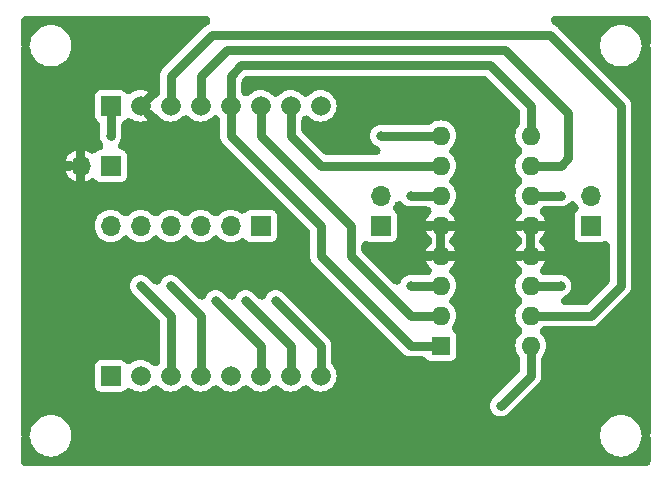
<source format=gbr>
%TF.GenerationSoftware,KiCad,Pcbnew,7.0.7*%
%TF.CreationDate,2023-10-15T14:52:50+02:00*%
%TF.ProjectId,bot_pcb_2,626f745f-7063-4625-9f32-2e6b69636164,rev?*%
%TF.SameCoordinates,Original*%
%TF.FileFunction,Copper,L1,Top*%
%TF.FilePolarity,Positive*%
%FSLAX46Y46*%
G04 Gerber Fmt 4.6, Leading zero omitted, Abs format (unit mm)*
G04 Created by KiCad (PCBNEW 7.0.7) date 2023-10-15 14:52:50*
%MOMM*%
%LPD*%
G01*
G04 APERTURE LIST*
%TA.AperFunction,ComponentPad*%
%ADD10R,1.700000X1.700000*%
%TD*%
%TA.AperFunction,ComponentPad*%
%ADD11O,1.700000X1.700000*%
%TD*%
%TA.AperFunction,ComponentPad*%
%ADD12C,1.665000*%
%TD*%
%TA.AperFunction,ComponentPad*%
%ADD13R,1.665000X1.665000*%
%TD*%
%TA.AperFunction,ComponentPad*%
%ADD14R,1.600000X1.600000*%
%TD*%
%TA.AperFunction,ComponentPad*%
%ADD15O,1.600000X1.600000*%
%TD*%
%TA.AperFunction,ViaPad*%
%ADD16C,0.800000*%
%TD*%
%TA.AperFunction,Conductor*%
%ADD17C,0.800000*%
%TD*%
G04 APERTURE END LIST*
D10*
%TO.P,J1,1,Pin_1*%
%TO.N,Net-(BT1-+)*%
X20320000Y-25400000D03*
D11*
%TO.P,J1,2,Pin_2*%
%TO.N,Net-(BT1--)*%
X17780000Y-25400000D03*
%TD*%
D10*
%TO.P,J3,1,Pin_1*%
%TO.N,Net-(J3-Pin_1)*%
X43180000Y-30480000D03*
D11*
%TO.P,J3,2,Pin_2*%
%TO.N,Net-(J3-Pin_2)*%
X43180000Y-27940000D03*
%TD*%
D10*
%TO.P,J2,1,Pin_1*%
%TO.N,Net-(J2-Pin_1)*%
X60960000Y-30480000D03*
D11*
%TO.P,J2,2,Pin_2*%
%TO.N,Net-(J2-Pin_2)*%
X60960000Y-27940000D03*
%TD*%
D10*
%TO.P,J4,1,Pin_1*%
%TO.N,Net-(BT1-+)*%
X33020000Y-30480000D03*
D11*
%TO.P,J4,2,Pin_2*%
%TO.N,Net-(J4-Pin_2)*%
X30480000Y-30480000D03*
%TO.P,J4,3,Pin_3*%
%TO.N,Net-(J4-Pin_3)*%
X27940000Y-30480000D03*
%TO.P,J4,4,Pin_4*%
%TO.N,Net-(J4-Pin_4)*%
X25400000Y-30480000D03*
%TO.P,J4,5,Pin_5*%
%TO.N,Net-(J4-Pin_5)*%
X22860000Y-30480000D03*
%TO.P,J4,6,Pin_6*%
%TO.N,Net-(J4-Pin_6)*%
X20320000Y-30480000D03*
%TD*%
D12*
%TO.P,U1,1,IO4*%
%TO.N,unconnected-(U1-IO4-Pad1)*%
X38100000Y-20320000D03*
%TO.P,U1,2,IO2*%
%TO.N,Net-(U1-IO2)*%
X35560000Y-20320000D03*
%TO.P,U1,3,IO14*%
%TO.N,Net-(U1-IO14)*%
X33020000Y-20320000D03*
%TO.P,U1,4,IO15*%
%TO.N,Net-(U1-IO15)*%
X30480000Y-20320000D03*
%TO.P,U1,5,IO13*%
%TO.N,Net-(U1-IO13)*%
X27940000Y-20320000D03*
%TO.P,U1,6,IO12*%
%TO.N,Net-(U1-IO12)*%
X25400000Y-20320000D03*
%TO.P,U1,7,GND_1*%
%TO.N,Net-(BT1--)*%
X22860000Y-20320000D03*
D13*
%TO.P,U1,8,5V*%
%TO.N,Net-(BT1-+)*%
X20320000Y-20320000D03*
%TO.P,U1,9,3V3*%
%TO.N,unconnected-(U1-3V3-Pad9)*%
X20320000Y-43180000D03*
D12*
%TO.P,U1,10,IO16*%
%TO.N,unconnected-(U1-IO16-Pad10)*%
X22860000Y-43180000D03*
%TO.P,U1,11,IO0*%
%TO.N,Net-(J4-Pin_6)*%
X25400000Y-43180000D03*
%TO.P,U1,12,GND_2*%
%TO.N,Net-(J4-Pin_5)*%
X27940000Y-43180000D03*
%TO.P,U1,13,VCC*%
%TO.N,unconnected-(U1-VCC-Pad13)*%
X30480000Y-43180000D03*
%TO.P,U1,14,U0R*%
%TO.N,Net-(J4-Pin_4)*%
X33020000Y-43180000D03*
%TO.P,U1,15,U0T*%
%TO.N,Net-(J4-Pin_3)*%
X35560000Y-43180000D03*
%TO.P,U1,16,GND_3*%
%TO.N,Net-(J4-Pin_2)*%
X38100000Y-43180000D03*
%TD*%
D14*
%TO.P,U2,1,EN1\u002C2*%
%TO.N,Net-(U1-IO15)*%
X48260000Y-40640000D03*
D15*
%TO.P,U2,2,1A*%
%TO.N,Net-(U1-IO14)*%
X48260000Y-38100000D03*
%TO.P,U2,3,1Y*%
%TO.N,Net-(J3-Pin_1)*%
X48260000Y-35560000D03*
%TO.P,U2,4,GND*%
%TO.N,Net-(BT1--)*%
X48260000Y-33020000D03*
%TO.P,U2,5,GND*%
X48260000Y-30480000D03*
%TO.P,U2,6,2Y*%
%TO.N,Net-(J3-Pin_2)*%
X48260000Y-27940000D03*
%TO.P,U2,7,2A*%
%TO.N,Net-(U1-IO2)*%
X48260000Y-25400000D03*
%TO.P,U2,8,VCC2*%
%TO.N,Net-(BT1-+)*%
X48260000Y-22860000D03*
%TO.P,U2,9,EN3\u002C4*%
%TO.N,Net-(U1-IO15)*%
X55880000Y-22860000D03*
%TO.P,U2,10,3A*%
%TO.N,Net-(U1-IO13)*%
X55880000Y-25400000D03*
%TO.P,U2,11,3Y*%
%TO.N,Net-(J2-Pin_2)*%
X55880000Y-27940000D03*
%TO.P,U2,12,GND*%
%TO.N,Net-(BT1--)*%
X55880000Y-30480000D03*
%TO.P,U2,13,GND*%
X55880000Y-33020000D03*
%TO.P,U2,14,4Y*%
%TO.N,Net-(J2-Pin_1)*%
X55880000Y-35560000D03*
%TO.P,U2,15,4A*%
%TO.N,Net-(U1-IO12)*%
X55880000Y-38100000D03*
%TO.P,U2,16,VCC1*%
%TO.N,Net-(BT1-+)*%
X55880000Y-40640000D03*
%TD*%
D16*
%TO.N,Net-(BT1-+)*%
X43180000Y-22860000D03*
X20320000Y-22860000D03*
X53340000Y-45720000D03*
%TO.N,Net-(BT1--)*%
X17780000Y-38100000D03*
%TO.N,Net-(J2-Pin_1)*%
X58420000Y-35560000D03*
%TO.N,Net-(J2-Pin_2)*%
X58420000Y-27940000D03*
%TO.N,Net-(J3-Pin_1)*%
X45720000Y-35560000D03*
%TO.N,Net-(J3-Pin_2)*%
X45720000Y-27940000D03*
%TO.N,Net-(J4-Pin_2)*%
X34290000Y-36830000D03*
%TO.N,Net-(J4-Pin_3)*%
X31750000Y-36830000D03*
%TO.N,Net-(J4-Pin_5)*%
X25400000Y-35560000D03*
%TO.N,Net-(J4-Pin_4)*%
X29210000Y-36830000D03*
%TO.N,Net-(J4-Pin_6)*%
X22860000Y-35560000D03*
%TD*%
D17*
%TO.N,Net-(BT1-+)*%
X55880000Y-40640000D02*
X55880000Y-43180000D01*
X20320000Y-20320000D02*
X20320000Y-22860000D01*
X55880000Y-43180000D02*
X53340000Y-45720000D01*
X43180000Y-22860000D02*
X48260000Y-22860000D01*
%TO.N,Net-(J2-Pin_1)*%
X55880000Y-35560000D02*
X58420000Y-35560000D01*
%TO.N,Net-(J2-Pin_2)*%
X55880000Y-27940000D02*
X58420000Y-27940000D01*
%TO.N,Net-(J3-Pin_1)*%
X48260000Y-35560000D02*
X45720000Y-35560000D01*
%TO.N,Net-(J3-Pin_2)*%
X48260000Y-27940000D02*
X45720000Y-27940000D01*
%TO.N,Net-(U1-IO2)*%
X48260000Y-25400000D02*
X38100000Y-25400000D01*
X38100000Y-25400000D02*
X35560000Y-22860000D01*
X35560000Y-22860000D02*
X35560000Y-20320000D01*
%TO.N,Net-(U1-IO14)*%
X45720000Y-38100000D02*
X48260000Y-38100000D01*
X40640000Y-30480000D02*
X40640000Y-33020000D01*
X33020000Y-22860000D02*
X40640000Y-30480000D01*
X40640000Y-33020000D02*
X45720000Y-38100000D01*
X33020000Y-20320000D02*
X33020000Y-22860000D01*
%TO.N,Net-(U1-IO15)*%
X38100000Y-33020000D02*
X45720000Y-40640000D01*
X30480000Y-20320000D02*
X30480000Y-22860000D01*
X45720000Y-40640000D02*
X48260000Y-40640000D01*
X30480000Y-22860000D02*
X38100000Y-30480000D01*
X55880000Y-20320000D02*
X52456065Y-16896065D01*
X30480000Y-17780000D02*
X30480000Y-20320000D01*
X38100000Y-30480000D02*
X38100000Y-33020000D01*
X52456065Y-16896065D02*
X31363935Y-16896065D01*
X55880000Y-22860000D02*
X55880000Y-20320000D01*
X31363935Y-16896065D02*
X30480000Y-17780000D01*
%TO.N,Net-(U1-IO13)*%
X59046977Y-20946977D02*
X53696065Y-15596065D01*
X27940000Y-17780000D02*
X27940000Y-20320000D01*
X59046977Y-24773023D02*
X59046977Y-20946977D01*
X55880000Y-25400000D02*
X58420000Y-25400000D01*
X53696065Y-15596065D02*
X30123935Y-15596065D01*
X30123935Y-15596065D02*
X27940000Y-17780000D01*
X58420000Y-25400000D02*
X59046977Y-24773023D01*
%TO.N,Net-(U1-IO12)*%
X63500000Y-20320000D02*
X57476065Y-14296065D01*
X55880000Y-38100000D02*
X60960000Y-38100000D01*
X28883935Y-14296065D02*
X25400000Y-17780000D01*
X57476065Y-14296065D02*
X28883935Y-14296065D01*
X60960000Y-38100000D02*
X63500000Y-35560000D01*
X63500000Y-35560000D02*
X63500000Y-20320000D01*
X25400000Y-17780000D02*
X25400000Y-20320000D01*
%TO.N,Net-(J4-Pin_2)*%
X38100000Y-43180000D02*
X38100000Y-40640000D01*
X38100000Y-40640000D02*
X34290000Y-36830000D01*
%TO.N,Net-(J4-Pin_3)*%
X35560000Y-43180000D02*
X35560000Y-40640000D01*
X35560000Y-40640000D02*
X31750000Y-36830000D01*
%TO.N,Net-(J4-Pin_5)*%
X27940000Y-38100000D02*
X25400000Y-35560000D01*
X27940000Y-43180000D02*
X27940000Y-38100000D01*
%TO.N,Net-(J4-Pin_4)*%
X33020000Y-40640000D02*
X29210000Y-36830000D01*
X33020000Y-43180000D02*
X33020000Y-40640000D01*
%TO.N,Net-(J4-Pin_6)*%
X25400000Y-43180000D02*
X25400000Y-38100000D01*
X25400000Y-38100000D02*
X22860000Y-35560000D01*
%TD*%
%TA.AperFunction,Conductor*%
%TO.N,Net-(BT1--)*%
G36*
X15169445Y-12719528D02*
G01*
X15237249Y-12754076D01*
X15339257Y-12711376D01*
X15433853Y-12700000D01*
X28365450Y-12700000D01*
X28488748Y-12719528D01*
X28599976Y-12776202D01*
X28688248Y-12864474D01*
X28744922Y-12975702D01*
X28764450Y-13099000D01*
X28744922Y-13222298D01*
X28688248Y-13333526D01*
X28599976Y-13421798D01*
X28527736Y-13463506D01*
X28515644Y-13468889D01*
X28458637Y-13501802D01*
X28449463Y-13506783D01*
X28390782Y-13536684D01*
X28373249Y-13548070D01*
X28373222Y-13548028D01*
X28368598Y-13551206D01*
X28368628Y-13551247D01*
X28351720Y-13563530D01*
X28302780Y-13607594D01*
X28294853Y-13614365D01*
X28280569Y-13625933D01*
X28280546Y-13625954D01*
X28267552Y-13638948D01*
X28259988Y-13646126D01*
X28233430Y-13670038D01*
X28211050Y-13690191D01*
X28197055Y-13705734D01*
X28197017Y-13705699D01*
X28174873Y-13731626D01*
X24835561Y-17070938D01*
X24809634Y-17093082D01*
X24809669Y-17093120D01*
X24794126Y-17107115D01*
X24750068Y-17156046D01*
X24742883Y-17163617D01*
X24729889Y-17176611D01*
X24729868Y-17176634D01*
X24718300Y-17190918D01*
X24711529Y-17198845D01*
X24667465Y-17247785D01*
X24655182Y-17264693D01*
X24655141Y-17264663D01*
X24651963Y-17269287D01*
X24652005Y-17269314D01*
X24640619Y-17286847D01*
X24610718Y-17345528D01*
X24605737Y-17354702D01*
X24572821Y-17411714D01*
X24564317Y-17430816D01*
X24564271Y-17430795D01*
X24562124Y-17435979D01*
X24562171Y-17435998D01*
X24554679Y-17455513D01*
X24537639Y-17519107D01*
X24534673Y-17529118D01*
X24514328Y-17591736D01*
X24509980Y-17612194D01*
X24509930Y-17612183D01*
X24508908Y-17617698D01*
X24508957Y-17617706D01*
X24505686Y-17638354D01*
X24502240Y-17704107D01*
X24501422Y-17714505D01*
X24499500Y-17732802D01*
X24499500Y-17751198D01*
X24499227Y-17761615D01*
X24497712Y-17790533D01*
X24495780Y-17827390D01*
X24496875Y-17848270D01*
X24496823Y-17848272D01*
X24499500Y-17882272D01*
X24499500Y-19170081D01*
X24479972Y-19293379D01*
X24423298Y-19404607D01*
X24382643Y-19452209D01*
X24374962Y-19459891D01*
X24370269Y-19466593D01*
X24332648Y-19520321D01*
X24245929Y-19610118D01*
X24135706Y-19668723D01*
X24064386Y-19681297D01*
X23746894Y-19998790D01*
X23645901Y-20072166D01*
X23527176Y-20110742D01*
X23402341Y-20110742D01*
X23283616Y-20072165D01*
X23182623Y-19998789D01*
X23152787Y-19965399D01*
X23151532Y-19963825D01*
X23089934Y-19855246D01*
X23064904Y-19732947D01*
X23078892Y-19608898D01*
X23130528Y-19495243D01*
X23181368Y-19432944D01*
X23476897Y-19137414D01*
X23317482Y-19063077D01*
X23092275Y-19002732D01*
X23092270Y-19002731D01*
X22860000Y-18982410D01*
X22627729Y-19002731D01*
X22627724Y-19002732D01*
X22402518Y-19063077D01*
X22402507Y-19063081D01*
X22191208Y-19161610D01*
X22076480Y-19241944D01*
X21964279Y-19296668D01*
X21840659Y-19314041D01*
X21717721Y-19292364D01*
X21607498Y-19233757D01*
X21528210Y-19154218D01*
X21510046Y-19129954D01*
X21484836Y-19111082D01*
X21394834Y-19043706D01*
X21394829Y-19043703D01*
X21259982Y-18993408D01*
X21206780Y-18987688D01*
X21200373Y-18987000D01*
X21200372Y-18987000D01*
X19439636Y-18987000D01*
X19439629Y-18987000D01*
X19439628Y-18987001D01*
X19432449Y-18987772D01*
X19380019Y-18993408D01*
X19380017Y-18993409D01*
X19245172Y-19043702D01*
X19245165Y-19043706D01*
X19129958Y-19129950D01*
X19129950Y-19129958D01*
X19043706Y-19245165D01*
X19043703Y-19245170D01*
X18993408Y-19380017D01*
X18987000Y-19439627D01*
X18987000Y-21200363D01*
X18987000Y-21200369D01*
X18987001Y-21200372D01*
X18987345Y-21203570D01*
X18993408Y-21259980D01*
X18993409Y-21259982D01*
X19043702Y-21394827D01*
X19043706Y-21394834D01*
X19129949Y-21510040D01*
X19129954Y-21510046D01*
X19245169Y-21596296D01*
X19245171Y-21596296D01*
X19259613Y-21607108D01*
X19346615Y-21696631D01*
X19401694Y-21808658D01*
X19419500Y-21926523D01*
X19419500Y-22802347D01*
X19418406Y-22823215D01*
X19414540Y-22859998D01*
X19414540Y-22860004D01*
X19434324Y-23048247D01*
X19434325Y-23048251D01*
X19434325Y-23048253D01*
X19434326Y-23048256D01*
X19454672Y-23110873D01*
X19492822Y-23228288D01*
X19587467Y-23392217D01*
X19590156Y-23395203D01*
X19594532Y-23401942D01*
X19599760Y-23409137D01*
X19599383Y-23409410D01*
X19658149Y-23499896D01*
X19690461Y-23620477D01*
X19683931Y-23745140D01*
X19639197Y-23861685D01*
X19560638Y-23958701D01*
X19455945Y-24026694D01*
X19385419Y-24050496D01*
X19362521Y-24055907D01*
X19227672Y-24106202D01*
X19227665Y-24106206D01*
X19112458Y-24192450D01*
X19112450Y-24192458D01*
X19102202Y-24206148D01*
X19012677Y-24293148D01*
X18900649Y-24348225D01*
X18777084Y-24365987D01*
X18654078Y-24344697D01*
X18553935Y-24293870D01*
X18457576Y-24226399D01*
X18243490Y-24126569D01*
X18180000Y-24109556D01*
X18180000Y-24501000D01*
X18160472Y-24624298D01*
X18103798Y-24735526D01*
X18015526Y-24823798D01*
X17904298Y-24880472D01*
X17781000Y-24900000D01*
X17779000Y-24900000D01*
X17655702Y-24880472D01*
X17544474Y-24823798D01*
X17456202Y-24735526D01*
X17399528Y-24624298D01*
X17380000Y-24501000D01*
X17380000Y-24109556D01*
X17379999Y-24109556D01*
X17316511Y-24126568D01*
X17102419Y-24226401D01*
X16908925Y-24361887D01*
X16741887Y-24528925D01*
X16606401Y-24722419D01*
X16506567Y-24936512D01*
X16489556Y-24999999D01*
X16489557Y-25000000D01*
X16881000Y-25000000D01*
X17004298Y-25019528D01*
X17115526Y-25076202D01*
X17203798Y-25164474D01*
X17260472Y-25275702D01*
X17280000Y-25399000D01*
X17280000Y-25401000D01*
X17260472Y-25524298D01*
X17203798Y-25635526D01*
X17115526Y-25723798D01*
X17004298Y-25780472D01*
X16881000Y-25800000D01*
X16489557Y-25800000D01*
X16506568Y-25863489D01*
X16506569Y-25863490D01*
X16606399Y-26077576D01*
X16741888Y-26271075D01*
X16908924Y-26438111D01*
X17102423Y-26573600D01*
X17316509Y-26673430D01*
X17316510Y-26673431D01*
X17379999Y-26690442D01*
X17380000Y-26690442D01*
X17380000Y-26299000D01*
X17399528Y-26175702D01*
X17456202Y-26064474D01*
X17544474Y-25976202D01*
X17655702Y-25919528D01*
X17779000Y-25900000D01*
X17781000Y-25900000D01*
X17904298Y-25919528D01*
X18015526Y-25976202D01*
X18103798Y-26064474D01*
X18160472Y-26175702D01*
X18180000Y-26299000D01*
X18180000Y-26690442D01*
X18243489Y-26673431D01*
X18243490Y-26673430D01*
X18457578Y-26573599D01*
X18553933Y-26506131D01*
X18666134Y-26451406D01*
X18789753Y-26434032D01*
X18912692Y-26455708D01*
X19022915Y-26514314D01*
X19102204Y-26593854D01*
X19112454Y-26607546D01*
X19227669Y-26693796D01*
X19362517Y-26744091D01*
X19422127Y-26750500D01*
X21217872Y-26750499D01*
X21277483Y-26744091D01*
X21412331Y-26693796D01*
X21527546Y-26607546D01*
X21613796Y-26492331D01*
X21664091Y-26357483D01*
X21670500Y-26297873D01*
X21670499Y-24502128D01*
X21664091Y-24442517D01*
X21613796Y-24307669D01*
X21527546Y-24192454D01*
X21501907Y-24173261D01*
X21412334Y-24106206D01*
X21412329Y-24106203D01*
X21342682Y-24080226D01*
X21277483Y-24055909D01*
X21277482Y-24055908D01*
X21277477Y-24055907D01*
X21254585Y-24050497D01*
X21139084Y-24003135D01*
X21043872Y-23922399D01*
X20978268Y-23816193D01*
X20948695Y-23694911D01*
X20958047Y-23570427D01*
X21005409Y-23454926D01*
X21049848Y-23395197D01*
X21052533Y-23392216D01*
X21102023Y-23306496D01*
X21147177Y-23228288D01*
X21147177Y-23228286D01*
X21147179Y-23228284D01*
X21205674Y-23048256D01*
X21211710Y-22990826D01*
X21225460Y-22860004D01*
X21225460Y-22859998D01*
X21221594Y-22823215D01*
X21220500Y-22802347D01*
X21220500Y-21926523D01*
X21240028Y-21803225D01*
X21296702Y-21691997D01*
X21380387Y-21607108D01*
X21394828Y-21596296D01*
X21394831Y-21596296D01*
X21510046Y-21510046D01*
X21528207Y-21485785D01*
X21617731Y-21398783D01*
X21729757Y-21343703D01*
X21853321Y-21325938D01*
X21976328Y-21347225D01*
X22076481Y-21398056D01*
X22191206Y-21478388D01*
X22191208Y-21478389D01*
X22402507Y-21576918D01*
X22402518Y-21576922D01*
X22627724Y-21637267D01*
X22627729Y-21637268D01*
X22860000Y-21657589D01*
X23092270Y-21637268D01*
X23092276Y-21637267D01*
X23317483Y-21576922D01*
X23476899Y-21502585D01*
X23177884Y-21203570D01*
X23104508Y-21102576D01*
X23065932Y-20983851D01*
X23065932Y-20859017D01*
X23104508Y-20740292D01*
X23177884Y-20639298D01*
X23188650Y-20628929D01*
X23190117Y-20627568D01*
X23293788Y-20558026D01*
X23413874Y-20523924D01*
X23538622Y-20528600D01*
X23655818Y-20571596D01*
X23743622Y-20637937D01*
X24059144Y-20953459D01*
X24061336Y-20953421D01*
X24180717Y-20989918D01*
X24282976Y-21061519D01*
X24332644Y-21119673D01*
X24374962Y-21180109D01*
X24539891Y-21345038D01*
X24616647Y-21398783D01*
X24730952Y-21478821D01*
X24730953Y-21478821D01*
X24730954Y-21478822D01*
X24942346Y-21577395D01*
X25167643Y-21637763D01*
X25400000Y-21658092D01*
X25632357Y-21637763D01*
X25857654Y-21577395D01*
X26069046Y-21478822D01*
X26260109Y-21345038D01*
X26387867Y-21217279D01*
X26488858Y-21143906D01*
X26607583Y-21105330D01*
X26732417Y-21105330D01*
X26851142Y-21143906D01*
X26952132Y-21217279D01*
X27079891Y-21345038D01*
X27156647Y-21398783D01*
X27270952Y-21478821D01*
X27270953Y-21478821D01*
X27270954Y-21478822D01*
X27482346Y-21577395D01*
X27707643Y-21637763D01*
X27940000Y-21658092D01*
X28172357Y-21637763D01*
X28397654Y-21577395D01*
X28609046Y-21478822D01*
X28800109Y-21345038D01*
X28898365Y-21246781D01*
X28999355Y-21173407D01*
X29118080Y-21134831D01*
X29242915Y-21134830D01*
X29361640Y-21173406D01*
X29462633Y-21246781D01*
X29536010Y-21347774D01*
X29574586Y-21466499D01*
X29579499Y-21528918D01*
X29579499Y-22757737D01*
X29576824Y-22791727D01*
X29576875Y-22791730D01*
X29575781Y-22812612D01*
X29579227Y-22878383D01*
X29579500Y-22888799D01*
X29579500Y-22907182D01*
X29579501Y-22907211D01*
X29581422Y-22925495D01*
X29582240Y-22935893D01*
X29585686Y-23001644D01*
X29588957Y-23022291D01*
X29588906Y-23022298D01*
X29589928Y-23027810D01*
X29589978Y-23027800D01*
X29594327Y-23048262D01*
X29614670Y-23110873D01*
X29617635Y-23120883D01*
X29634676Y-23184477D01*
X29642172Y-23204003D01*
X29642123Y-23204021D01*
X29644268Y-23209199D01*
X29644315Y-23209179D01*
X29652820Y-23228282D01*
X29685745Y-23285311D01*
X29690720Y-23294473D01*
X29700021Y-23312727D01*
X29720616Y-23353148D01*
X29732005Y-23370684D01*
X29731962Y-23370711D01*
X29735137Y-23375332D01*
X29735179Y-23375302D01*
X29747464Y-23392211D01*
X29747467Y-23392216D01*
X29747468Y-23392217D01*
X29747472Y-23392222D01*
X29791530Y-23441155D01*
X29798305Y-23449087D01*
X29809882Y-23463382D01*
X29822886Y-23476386D01*
X29830068Y-23483954D01*
X29855982Y-23512734D01*
X29874128Y-23532887D01*
X29889669Y-23546880D01*
X29889634Y-23546918D01*
X29915566Y-23569065D01*
X37082636Y-30736135D01*
X37156012Y-30837129D01*
X37194588Y-30955854D01*
X37199500Y-31018271D01*
X37199500Y-32917727D01*
X37196823Y-32951730D01*
X37196875Y-32951733D01*
X37195780Y-32972610D01*
X37197707Y-33009377D01*
X37199227Y-33038383D01*
X37199500Y-33048800D01*
X37199500Y-33067182D01*
X37199501Y-33067211D01*
X37201422Y-33085495D01*
X37202240Y-33095893D01*
X37205686Y-33161644D01*
X37208957Y-33182291D01*
X37208906Y-33182298D01*
X37209928Y-33187810D01*
X37209978Y-33187800D01*
X37214327Y-33208262D01*
X37234670Y-33270873D01*
X37237635Y-33280883D01*
X37254676Y-33344477D01*
X37262172Y-33364003D01*
X37262123Y-33364021D01*
X37264268Y-33369199D01*
X37264315Y-33369179D01*
X37272820Y-33388282D01*
X37305745Y-33445311D01*
X37310720Y-33454473D01*
X37316762Y-33466330D01*
X37340616Y-33513148D01*
X37352005Y-33530684D01*
X37351962Y-33530711D01*
X37355137Y-33535332D01*
X37355179Y-33535302D01*
X37367464Y-33552211D01*
X37367467Y-33552216D01*
X37367470Y-33552219D01*
X37367472Y-33552222D01*
X37411530Y-33601155D01*
X37418305Y-33609087D01*
X37429882Y-33623382D01*
X37442886Y-33636386D01*
X37450077Y-33643963D01*
X37494128Y-33692887D01*
X37509669Y-33706880D01*
X37509634Y-33706918D01*
X37535566Y-33729065D01*
X45010935Y-41204434D01*
X45033084Y-41230368D01*
X45033122Y-41230334D01*
X45047108Y-41245868D01*
X45096037Y-41289923D01*
X45103610Y-41297110D01*
X45116605Y-41310105D01*
X45116613Y-41310112D01*
X45116620Y-41310119D01*
X45130934Y-41321711D01*
X45138822Y-41328448D01*
X45187784Y-41372533D01*
X45187786Y-41372534D01*
X45187787Y-41372535D01*
X45204707Y-41384828D01*
X45204675Y-41384870D01*
X45209279Y-41388034D01*
X45209308Y-41387990D01*
X45226847Y-41399379D01*
X45226851Y-41399383D01*
X45285529Y-41429280D01*
X45294683Y-41434250D01*
X45351716Y-41467179D01*
X45351719Y-41467180D01*
X45370823Y-41475686D01*
X45370801Y-41475733D01*
X45375971Y-41477875D01*
X45375990Y-41477826D01*
X45395509Y-41485319D01*
X45395511Y-41485319D01*
X45395512Y-41485320D01*
X45459128Y-41502365D01*
X45469103Y-41505320D01*
X45531744Y-41525674D01*
X45531745Y-41525674D01*
X45531748Y-41525675D01*
X45552196Y-41530021D01*
X45552185Y-41530072D01*
X45557689Y-41531092D01*
X45557698Y-41531041D01*
X45578351Y-41534312D01*
X45593237Y-41535091D01*
X45644119Y-41537758D01*
X45654496Y-41538575D01*
X45672808Y-41540500D01*
X45691204Y-41540500D01*
X45701648Y-41540774D01*
X45767387Y-41544219D01*
X45767387Y-41544218D01*
X45767388Y-41544219D01*
X45767388Y-41544218D01*
X45788268Y-41543125D01*
X45788270Y-41543175D01*
X45822272Y-41540500D01*
X46710306Y-41540500D01*
X46833604Y-41560028D01*
X46944832Y-41616702D01*
X47029717Y-41700382D01*
X47102454Y-41797546D01*
X47217669Y-41883796D01*
X47352517Y-41934091D01*
X47412127Y-41940500D01*
X49107872Y-41940499D01*
X49167483Y-41934091D01*
X49302331Y-41883796D01*
X49417546Y-41797546D01*
X49503796Y-41682331D01*
X49554091Y-41547483D01*
X49560500Y-41487873D01*
X49560499Y-39792128D01*
X49554091Y-39732517D01*
X49503796Y-39597669D01*
X49417546Y-39482454D01*
X49417542Y-39482451D01*
X49417538Y-39482447D01*
X49374044Y-39449887D01*
X49287043Y-39360363D01*
X49231965Y-39248336D01*
X49214201Y-39124772D01*
X49235490Y-39001766D01*
X49286314Y-38901624D01*
X49390568Y-38752734D01*
X49486739Y-38546496D01*
X49545635Y-38326692D01*
X49565468Y-38100000D01*
X49545635Y-37873308D01*
X49486739Y-37653504D01*
X49464984Y-37606851D01*
X49390569Y-37447268D01*
X49390566Y-37447263D01*
X49260050Y-37260865D01*
X49260049Y-37260864D01*
X49260047Y-37260861D01*
X49111318Y-37112132D01*
X49037945Y-37011142D01*
X48999369Y-36892417D01*
X48999369Y-36767583D01*
X49037945Y-36648858D01*
X49111318Y-36547867D01*
X49260047Y-36399139D01*
X49390568Y-36212734D01*
X49486739Y-36006496D01*
X49545635Y-35786692D01*
X49565468Y-35560000D01*
X49545635Y-35333308D01*
X49486739Y-35113504D01*
X49483834Y-35107275D01*
X49390569Y-34907268D01*
X49390566Y-34907263D01*
X49260050Y-34720865D01*
X49260049Y-34720864D01*
X49260047Y-34720861D01*
X49110964Y-34571778D01*
X49037591Y-34470788D01*
X48999015Y-34352063D01*
X48999015Y-34227229D01*
X49037591Y-34108504D01*
X49110967Y-34007510D01*
X49259662Y-33858814D01*
X49390130Y-33672488D01*
X49390133Y-33672482D01*
X49486264Y-33466330D01*
X49486265Y-33466329D01*
X49498680Y-33420000D01*
X49063986Y-33420000D01*
X48940688Y-33400472D01*
X48829460Y-33343798D01*
X48741188Y-33255526D01*
X48684514Y-33144298D01*
X48664986Y-33021000D01*
X48664986Y-33019000D01*
X48684514Y-32895702D01*
X48741188Y-32784474D01*
X48829460Y-32696202D01*
X48940688Y-32639528D01*
X49063986Y-32620000D01*
X49498679Y-32620000D01*
X49486265Y-32573670D01*
X49486264Y-32573669D01*
X49390133Y-32367517D01*
X49390130Y-32367511D01*
X49259660Y-32181182D01*
X49110613Y-32032136D01*
X49037237Y-31931143D01*
X48998661Y-31812419D01*
X48998660Y-31687584D01*
X49037236Y-31568859D01*
X49110612Y-31467865D01*
X49259660Y-31318817D01*
X49390130Y-31132488D01*
X49390133Y-31132482D01*
X49486264Y-30926330D01*
X49486265Y-30926329D01*
X49498680Y-30880000D01*
X49063986Y-30880000D01*
X48940688Y-30860472D01*
X48829460Y-30803798D01*
X48741188Y-30715526D01*
X48684514Y-30604298D01*
X48664986Y-30481000D01*
X48664986Y-30479000D01*
X48684514Y-30355702D01*
X48741188Y-30244474D01*
X48829460Y-30156202D01*
X48940688Y-30099528D01*
X49063986Y-30080000D01*
X49498679Y-30080000D01*
X49486265Y-30033670D01*
X49486264Y-30033669D01*
X49390133Y-29827517D01*
X49390130Y-29827511D01*
X49259662Y-29641185D01*
X49110967Y-29492490D01*
X49037591Y-29391496D01*
X48999015Y-29272771D01*
X48999015Y-29147937D01*
X49037591Y-29029212D01*
X49110964Y-28928221D01*
X49260047Y-28779139D01*
X49390568Y-28592734D01*
X49486739Y-28386496D01*
X49545635Y-28166692D01*
X49565468Y-27940000D01*
X49545635Y-27713308D01*
X49489417Y-27503497D01*
X49486739Y-27493503D01*
X49390569Y-27287268D01*
X49390566Y-27287263D01*
X49260050Y-27100865D01*
X49260049Y-27100864D01*
X49260047Y-27100861D01*
X49188316Y-27029130D01*
X49111321Y-26952134D01*
X49037945Y-26851140D01*
X48999369Y-26732415D01*
X48999370Y-26607580D01*
X49037946Y-26488856D01*
X49111319Y-26387866D01*
X49260047Y-26239139D01*
X49390568Y-26052734D01*
X49486739Y-25846496D01*
X49545635Y-25626692D01*
X49565468Y-25400000D01*
X49545635Y-25173308D01*
X49492512Y-24975048D01*
X49486739Y-24953503D01*
X49390569Y-24747268D01*
X49390566Y-24747263D01*
X49260050Y-24560865D01*
X49260049Y-24560864D01*
X49260047Y-24560861D01*
X49198686Y-24499500D01*
X49111321Y-24412134D01*
X49037945Y-24311140D01*
X48999369Y-24192415D01*
X48999370Y-24067580D01*
X49037946Y-23948856D01*
X49111319Y-23847866D01*
X49260047Y-23699139D01*
X49390568Y-23512734D01*
X49486739Y-23306496D01*
X49545635Y-23086692D01*
X49565468Y-22860000D01*
X49545635Y-22633308D01*
X49486739Y-22413504D01*
X49461711Y-22359832D01*
X49390569Y-22207268D01*
X49390566Y-22207263D01*
X49260050Y-22020865D01*
X49260049Y-22020864D01*
X49260047Y-22020861D01*
X49099139Y-21859953D01*
X49099135Y-21859950D01*
X49099134Y-21859949D01*
X48912736Y-21729433D01*
X48912731Y-21729430D01*
X48706496Y-21633260D01*
X48486696Y-21574366D01*
X48486694Y-21574365D01*
X48486692Y-21574365D01*
X48260000Y-21554532D01*
X48033308Y-21574365D01*
X48033303Y-21574366D01*
X47813503Y-21633260D01*
X47607268Y-21729430D01*
X47607263Y-21729433D01*
X47420864Y-21859950D01*
X47413474Y-21866152D01*
X47306469Y-21930447D01*
X47184834Y-21958528D01*
X47157002Y-21959500D01*
X43085354Y-21959500D01*
X43049165Y-21967191D01*
X43028538Y-21970458D01*
X42991747Y-21974325D01*
X42956561Y-21985757D01*
X42936387Y-21991162D01*
X42900202Y-21998854D01*
X42900186Y-21998860D01*
X42866402Y-22013901D01*
X42846905Y-22021385D01*
X42811726Y-22032816D01*
X42811711Y-22032823D01*
X42779675Y-22051318D01*
X42761068Y-22060800D01*
X42727274Y-22075846D01*
X42727267Y-22075850D01*
X42697343Y-22097590D01*
X42679832Y-22108962D01*
X42647785Y-22127465D01*
X42647782Y-22127467D01*
X42620285Y-22152225D01*
X42604057Y-22165366D01*
X42574134Y-22187106D01*
X42574126Y-22187114D01*
X42549371Y-22214606D01*
X42534606Y-22229371D01*
X42507114Y-22254126D01*
X42507106Y-22254134D01*
X42485366Y-22284057D01*
X42472225Y-22300285D01*
X42447467Y-22327782D01*
X42447465Y-22327785D01*
X42428962Y-22359832D01*
X42417590Y-22377343D01*
X42395850Y-22407267D01*
X42395846Y-22407274D01*
X42380800Y-22441068D01*
X42371318Y-22459675D01*
X42352823Y-22491711D01*
X42352816Y-22491726D01*
X42341385Y-22526905D01*
X42333901Y-22546402D01*
X42318860Y-22580186D01*
X42318854Y-22580202D01*
X42311162Y-22616387D01*
X42305757Y-22636561D01*
X42294325Y-22671747D01*
X42290458Y-22708538D01*
X42287191Y-22729165D01*
X42279500Y-22765354D01*
X42279500Y-22802347D01*
X42278406Y-22823215D01*
X42274540Y-22859998D01*
X42274540Y-22860000D01*
X42278406Y-22896783D01*
X42279500Y-22917651D01*
X42279500Y-22954647D01*
X42287189Y-22990826D01*
X42290456Y-23011453D01*
X42294325Y-23048252D01*
X42294325Y-23048254D01*
X42294326Y-23048256D01*
X42305757Y-23083438D01*
X42311164Y-23103615D01*
X42318855Y-23139800D01*
X42318857Y-23139806D01*
X42333904Y-23173601D01*
X42341388Y-23193097D01*
X42352821Y-23228284D01*
X42359615Y-23240051D01*
X42371316Y-23260319D01*
X42380802Y-23278936D01*
X42395847Y-23312727D01*
X42395848Y-23312729D01*
X42395849Y-23312730D01*
X42417592Y-23342658D01*
X42428963Y-23360168D01*
X42447467Y-23392216D01*
X42472216Y-23419702D01*
X42485369Y-23435945D01*
X42507112Y-23465872D01*
X42534601Y-23490623D01*
X42549374Y-23505396D01*
X42574128Y-23532887D01*
X42574129Y-23532888D01*
X42604060Y-23554633D01*
X42620288Y-23567775D01*
X42647784Y-23592533D01*
X42677068Y-23609441D01*
X42679821Y-23611030D01*
X42697341Y-23622407D01*
X42727270Y-23644151D01*
X42735084Y-23647630D01*
X42761065Y-23659198D01*
X42779684Y-23668685D01*
X42811716Y-23687179D01*
X42846894Y-23698608D01*
X42866405Y-23706098D01*
X42919303Y-23729651D01*
X42918833Y-23730706D01*
X43011066Y-23777699D01*
X43099338Y-23865969D01*
X43156014Y-23977197D01*
X43175544Y-24100494D01*
X43156017Y-24223792D01*
X43099345Y-24335022D01*
X43011075Y-24423294D01*
X42899847Y-24479970D01*
X42776550Y-24499500D01*
X38638271Y-24499500D01*
X38514973Y-24479972D01*
X38403745Y-24423298D01*
X38356135Y-24382636D01*
X36577364Y-22603865D01*
X36503988Y-22502871D01*
X36465412Y-22384146D01*
X36460500Y-22321729D01*
X36460500Y-21528918D01*
X36480028Y-21405620D01*
X36536702Y-21294392D01*
X36624974Y-21206120D01*
X36736202Y-21149446D01*
X36859500Y-21129918D01*
X36982798Y-21149446D01*
X37094026Y-21206120D01*
X37141629Y-21246776D01*
X37239891Y-21345038D01*
X37316647Y-21398783D01*
X37430952Y-21478821D01*
X37430953Y-21478821D01*
X37430954Y-21478822D01*
X37642346Y-21577395D01*
X37867643Y-21637763D01*
X38100000Y-21658092D01*
X38332357Y-21637763D01*
X38557654Y-21577395D01*
X38769046Y-21478822D01*
X38960109Y-21345038D01*
X39125038Y-21180109D01*
X39258822Y-20989046D01*
X39357395Y-20777654D01*
X39417763Y-20552357D01*
X39438092Y-20320000D01*
X39417763Y-20087643D01*
X39357395Y-19862346D01*
X39258822Y-19650954D01*
X39246337Y-19633124D01*
X39177398Y-19534669D01*
X39125038Y-19459891D01*
X38960109Y-19294962D01*
X38884392Y-19241944D01*
X38769047Y-19161178D01*
X38661614Y-19111082D01*
X38557654Y-19062605D01*
X38487107Y-19043702D01*
X38332358Y-19002237D01*
X38158212Y-18987001D01*
X38100000Y-18981908D01*
X38099999Y-18981908D01*
X37867642Y-19002237D01*
X37867641Y-19002237D01*
X37642349Y-19062604D01*
X37642348Y-19062604D01*
X37642346Y-19062605D01*
X37579016Y-19092135D01*
X37430952Y-19161178D01*
X37239891Y-19294962D01*
X37112134Y-19422719D01*
X37011140Y-19496094D01*
X36892415Y-19534670D01*
X36767580Y-19534669D01*
X36648856Y-19496093D01*
X36547869Y-19422722D01*
X36420109Y-19294962D01*
X36344392Y-19241944D01*
X36229047Y-19161178D01*
X36121614Y-19111082D01*
X36017654Y-19062605D01*
X35947107Y-19043702D01*
X35792358Y-19002237D01*
X35560000Y-18981908D01*
X35327642Y-19002237D01*
X35327641Y-19002237D01*
X35102349Y-19062604D01*
X35102348Y-19062604D01*
X35102346Y-19062605D01*
X35039016Y-19092135D01*
X34890952Y-19161178D01*
X34699892Y-19294961D01*
X34699891Y-19294962D01*
X34572132Y-19422720D01*
X34471142Y-19496094D01*
X34352417Y-19534670D01*
X34227583Y-19534670D01*
X34108858Y-19496094D01*
X34007867Y-19422720D01*
X33880109Y-19294962D01*
X33804392Y-19241944D01*
X33689047Y-19161178D01*
X33581614Y-19111082D01*
X33477654Y-19062605D01*
X33407107Y-19043702D01*
X33252358Y-19002237D01*
X33078212Y-18987001D01*
X33020000Y-18981908D01*
X33019999Y-18981908D01*
X32787642Y-19002237D01*
X32787641Y-19002237D01*
X32562349Y-19062604D01*
X32562348Y-19062604D01*
X32562346Y-19062605D01*
X32499016Y-19092135D01*
X32350952Y-19161178D01*
X32159888Y-19294964D01*
X32061633Y-19393219D01*
X31960640Y-19466594D01*
X31841915Y-19505170D01*
X31717080Y-19505169D01*
X31598355Y-19466593D01*
X31497362Y-19393216D01*
X31423987Y-19292223D01*
X31385411Y-19173498D01*
X31380499Y-19111082D01*
X31380499Y-18981908D01*
X31380499Y-18318264D01*
X31400027Y-18194972D01*
X31456701Y-18083744D01*
X31497358Y-18036141D01*
X31620071Y-17913427D01*
X31721067Y-17840052D01*
X31839792Y-17801477D01*
X31902206Y-17796565D01*
X51917794Y-17796565D01*
X52041092Y-17816093D01*
X52152320Y-17872767D01*
X52199930Y-17913429D01*
X54862636Y-20576134D01*
X54936012Y-20677128D01*
X54974588Y-20795853D01*
X54979500Y-20858270D01*
X54979500Y-21757001D01*
X54959972Y-21880299D01*
X54903298Y-21991527D01*
X54886151Y-22013474D01*
X54879952Y-22020861D01*
X54749432Y-22207265D01*
X54749430Y-22207268D01*
X54653260Y-22413503D01*
X54602254Y-22603865D01*
X54594365Y-22633308D01*
X54574532Y-22860000D01*
X54591001Y-23048247D01*
X54594365Y-23086691D01*
X54594366Y-23086696D01*
X54653260Y-23306496D01*
X54749430Y-23512731D01*
X54749433Y-23512736D01*
X54876992Y-23694911D01*
X54879953Y-23699139D01*
X55028681Y-23847867D01*
X55102055Y-23948858D01*
X55140631Y-24067583D01*
X55140631Y-24192417D01*
X55102055Y-24311142D01*
X55028681Y-24412132D01*
X54941314Y-24499500D01*
X54879952Y-24560862D01*
X54879949Y-24560865D01*
X54749433Y-24747263D01*
X54749430Y-24747268D01*
X54653260Y-24953503D01*
X54596732Y-25164474D01*
X54594365Y-25173308D01*
X54574532Y-25400000D01*
X54580821Y-25471889D01*
X54594365Y-25626691D01*
X54594366Y-25626696D01*
X54653260Y-25846496D01*
X54749430Y-26052731D01*
X54749433Y-26052736D01*
X54879068Y-26237876D01*
X54879953Y-26239139D01*
X55028681Y-26387867D01*
X55102055Y-26488858D01*
X55140631Y-26607583D01*
X55140631Y-26732417D01*
X55102055Y-26851142D01*
X55028681Y-26952132D01*
X54951684Y-27029130D01*
X54879952Y-27100862D01*
X54879949Y-27100865D01*
X54749433Y-27287263D01*
X54749430Y-27287268D01*
X54653260Y-27493503D01*
X54594366Y-27713303D01*
X54594365Y-27713308D01*
X54574532Y-27940000D01*
X54594365Y-28166691D01*
X54594366Y-28166696D01*
X54653260Y-28386496D01*
X54749430Y-28592731D01*
X54749433Y-28592736D01*
X54879581Y-28778609D01*
X54879953Y-28779139D01*
X55029035Y-28928221D01*
X55102409Y-29029212D01*
X55140985Y-29147937D01*
X55140985Y-29272771D01*
X55102409Y-29391496D01*
X55029033Y-29492490D01*
X54880337Y-29641185D01*
X54749869Y-29827511D01*
X54749866Y-29827517D01*
X54653735Y-30033669D01*
X54653734Y-30033670D01*
X54641320Y-30080000D01*
X55076014Y-30080000D01*
X55199312Y-30099528D01*
X55310540Y-30156202D01*
X55398812Y-30244474D01*
X55455486Y-30355702D01*
X55475014Y-30479000D01*
X55475014Y-30481000D01*
X55455486Y-30604298D01*
X55398812Y-30715526D01*
X55310540Y-30803798D01*
X55199312Y-30860472D01*
X55076014Y-30880000D01*
X54641320Y-30880000D01*
X54653734Y-30926329D01*
X54653735Y-30926330D01*
X54749866Y-31132482D01*
X54749869Y-31132488D01*
X54880337Y-31318814D01*
X55029387Y-31467864D01*
X55102763Y-31568858D01*
X55141339Y-31687583D01*
X55141339Y-31812417D01*
X55102763Y-31931142D01*
X55029387Y-32032136D01*
X54880337Y-32181185D01*
X54749869Y-32367511D01*
X54749866Y-32367517D01*
X54653735Y-32573669D01*
X54653734Y-32573670D01*
X54641320Y-32620000D01*
X55076014Y-32620000D01*
X55199312Y-32639528D01*
X55310540Y-32696202D01*
X55398812Y-32784474D01*
X55455486Y-32895702D01*
X55475014Y-33019000D01*
X55475014Y-33021000D01*
X55455486Y-33144298D01*
X55398812Y-33255526D01*
X55310540Y-33343798D01*
X55199312Y-33400472D01*
X55076014Y-33420000D01*
X54641320Y-33420000D01*
X54653734Y-33466329D01*
X54653735Y-33466330D01*
X54749866Y-33672482D01*
X54749869Y-33672488D01*
X54880337Y-33858814D01*
X55029033Y-34007510D01*
X55102409Y-34108504D01*
X55140985Y-34227229D01*
X55140985Y-34352063D01*
X55102409Y-34470788D01*
X55029035Y-34571778D01*
X54946226Y-34654588D01*
X54879952Y-34720862D01*
X54879949Y-34720865D01*
X54749433Y-34907263D01*
X54749430Y-34907268D01*
X54653260Y-35113503D01*
X54605091Y-35293276D01*
X54594365Y-35333308D01*
X54574532Y-35560000D01*
X54589213Y-35727810D01*
X54594365Y-35786691D01*
X54594366Y-35786696D01*
X54653260Y-36006496D01*
X54749430Y-36212731D01*
X54749433Y-36212736D01*
X54879581Y-36398609D01*
X54879953Y-36399139D01*
X55028681Y-36547867D01*
X55102055Y-36648858D01*
X55140631Y-36767583D01*
X55140631Y-36892417D01*
X55102055Y-37011142D01*
X55028681Y-37112132D01*
X54946226Y-37194588D01*
X54879952Y-37260862D01*
X54879949Y-37260865D01*
X54749433Y-37447263D01*
X54749430Y-37447268D01*
X54653260Y-37653503D01*
X54594366Y-37873303D01*
X54594365Y-37873308D01*
X54574532Y-38100000D01*
X54594365Y-38326691D01*
X54594366Y-38326696D01*
X54653260Y-38546496D01*
X54749430Y-38752731D01*
X54749433Y-38752736D01*
X54879068Y-38937876D01*
X54879953Y-38939139D01*
X54879958Y-38939144D01*
X55028678Y-39087865D01*
X55102054Y-39188859D01*
X55140630Y-39307584D01*
X55140629Y-39432419D01*
X55102053Y-39551143D01*
X55028678Y-39652135D01*
X54879958Y-39800855D01*
X54879949Y-39800865D01*
X54749433Y-39987263D01*
X54749430Y-39987268D01*
X54653260Y-40193503D01*
X54594366Y-40413303D01*
X54594365Y-40413308D01*
X54574532Y-40640000D01*
X54594365Y-40866691D01*
X54594366Y-40866696D01*
X54653260Y-41086496D01*
X54749430Y-41292731D01*
X54749433Y-41292736D01*
X54879950Y-41479135D01*
X54886152Y-41486526D01*
X54950447Y-41593531D01*
X54978528Y-41715166D01*
X54979500Y-41742998D01*
X54979500Y-42641728D01*
X54959972Y-42765026D01*
X54903298Y-42876254D01*
X54862636Y-42923864D01*
X52775561Y-45010938D01*
X52749634Y-45033082D01*
X52749669Y-45033120D01*
X52734126Y-45047115D01*
X52690068Y-45096046D01*
X52682883Y-45103617D01*
X52669889Y-45116611D01*
X52669868Y-45116634D01*
X52658300Y-45130918D01*
X52651529Y-45138845D01*
X52607465Y-45187785D01*
X52595182Y-45204693D01*
X52595141Y-45204663D01*
X52591963Y-45209287D01*
X52592005Y-45209314D01*
X52580619Y-45226847D01*
X52550718Y-45285528D01*
X52545737Y-45294702D01*
X52512821Y-45351714D01*
X52504317Y-45370816D01*
X52504271Y-45370795D01*
X52502124Y-45375979D01*
X52502171Y-45375998D01*
X52494679Y-45395513D01*
X52477639Y-45459107D01*
X52474673Y-45469118D01*
X52454328Y-45531736D01*
X52449980Y-45552194D01*
X52449930Y-45552183D01*
X52448908Y-45557698D01*
X52448957Y-45557706D01*
X52445686Y-45578353D01*
X52442240Y-45644107D01*
X52441421Y-45654513D01*
X52434540Y-45719994D01*
X52434540Y-45740910D01*
X52434491Y-45740910D01*
X52434637Y-45746516D01*
X52434687Y-45746514D01*
X52435780Y-45767384D01*
X52446078Y-45832402D01*
X52447441Y-45842755D01*
X52454326Y-45908260D01*
X52458673Y-45928708D01*
X52458625Y-45928718D01*
X52459933Y-45934167D01*
X52459982Y-45934155D01*
X52465394Y-45954353D01*
X52488982Y-46015802D01*
X52492468Y-46025646D01*
X52512822Y-46088287D01*
X52521327Y-46107390D01*
X52521280Y-46107410D01*
X52523692Y-46112466D01*
X52523738Y-46112443D01*
X52533227Y-46131068D01*
X52569085Y-46186284D01*
X52574543Y-46195191D01*
X52607469Y-46252219D01*
X52619759Y-46269134D01*
X52619718Y-46269163D01*
X52623124Y-46273602D01*
X52623164Y-46273571D01*
X52636327Y-46289826D01*
X52682887Y-46336387D01*
X52690076Y-46343963D01*
X52734127Y-46392886D01*
X52749669Y-46406880D01*
X52749634Y-46406918D01*
X52753888Y-46410551D01*
X52753920Y-46410512D01*
X52770170Y-46423670D01*
X52770172Y-46423671D01*
X52770175Y-46423674D01*
X52825401Y-46459538D01*
X52834009Y-46465455D01*
X52887270Y-46504151D01*
X52887273Y-46504152D01*
X52905383Y-46514608D01*
X52905356Y-46514653D01*
X52910274Y-46517323D01*
X52910298Y-46517277D01*
X52928926Y-46526768D01*
X52928930Y-46526771D01*
X52990429Y-46550377D01*
X52999998Y-46554341D01*
X53060197Y-46581144D01*
X53060209Y-46581146D01*
X53080087Y-46587606D01*
X53080071Y-46587653D01*
X53085434Y-46589242D01*
X53085448Y-46589194D01*
X53105644Y-46594604D01*
X53105650Y-46594607D01*
X53170690Y-46604907D01*
X53180927Y-46606805D01*
X53245354Y-46620500D01*
X53245357Y-46620500D01*
X53266152Y-46622686D01*
X53266146Y-46622736D01*
X53271730Y-46623175D01*
X53271733Y-46623125D01*
X53292610Y-46624219D01*
X53292611Y-46624218D01*
X53292612Y-46624219D01*
X53358385Y-46620772D01*
X53368800Y-46620500D01*
X53434648Y-46620500D01*
X53455446Y-46618314D01*
X53455451Y-46618367D01*
X53460996Y-46617637D01*
X53460988Y-46617585D01*
X53481641Y-46614313D01*
X53481646Y-46614313D01*
X53545260Y-46597267D01*
X53555365Y-46594840D01*
X53619803Y-46581144D01*
X53619811Y-46581140D01*
X53639692Y-46574681D01*
X53639708Y-46574732D01*
X53644979Y-46572865D01*
X53644961Y-46572816D01*
X53664482Y-46565322D01*
X53664483Y-46565321D01*
X53664488Y-46565320D01*
X53723167Y-46535420D01*
X53732585Y-46530929D01*
X53739784Y-46527723D01*
X53792730Y-46504151D01*
X53792743Y-46504141D01*
X53810838Y-46493695D01*
X53810865Y-46493741D01*
X53815642Y-46490814D01*
X53815613Y-46490770D01*
X53833139Y-46479387D01*
X53833149Y-46479383D01*
X53884344Y-46437924D01*
X53892592Y-46431596D01*
X53945871Y-46392888D01*
X53989931Y-46343952D01*
X53997115Y-46336383D01*
X55216887Y-45116611D01*
X56444435Y-43889062D01*
X56470363Y-43866920D01*
X56470329Y-43866882D01*
X56485866Y-43852892D01*
X56485866Y-43852890D01*
X56485871Y-43852888D01*
X56529940Y-43803942D01*
X56537132Y-43796366D01*
X56550119Y-43783380D01*
X56561717Y-43769056D01*
X56568433Y-43761193D01*
X56612533Y-43712216D01*
X56612540Y-43712202D01*
X56624825Y-43695296D01*
X56624869Y-43695328D01*
X56628030Y-43690729D01*
X56627985Y-43690700D01*
X56639377Y-43673155D01*
X56639383Y-43673149D01*
X56669290Y-43614450D01*
X56674260Y-43605299D01*
X56707179Y-43548284D01*
X56707181Y-43548276D01*
X56715684Y-43529180D01*
X56715733Y-43529202D01*
X56717874Y-43524033D01*
X56717824Y-43524014D01*
X56725315Y-43504495D01*
X56725320Y-43504488D01*
X56742364Y-43440873D01*
X56745327Y-43430873D01*
X56765674Y-43368256D01*
X56765674Y-43368248D01*
X56770023Y-43347796D01*
X56770074Y-43347807D01*
X56771094Y-43342307D01*
X56771041Y-43342299D01*
X56774312Y-43321647D01*
X56777757Y-43255903D01*
X56778577Y-43245486D01*
X56780500Y-43227192D01*
X56780500Y-43208796D01*
X56780774Y-43198352D01*
X56784219Y-43132612D01*
X56783125Y-43111732D01*
X56783175Y-43111729D01*
X56780499Y-43077739D01*
X56780499Y-41742998D01*
X56800027Y-41619701D01*
X56856701Y-41508473D01*
X56873854Y-41486519D01*
X56880043Y-41479142D01*
X56880047Y-41479139D01*
X57010568Y-41292734D01*
X57106739Y-41086496D01*
X57165635Y-40866692D01*
X57185468Y-40640000D01*
X57165635Y-40413308D01*
X57106739Y-40193504D01*
X57084984Y-40146851D01*
X57010569Y-39987268D01*
X57010566Y-39987263D01*
X56880050Y-39800865D01*
X56880049Y-39800864D01*
X56880047Y-39800861D01*
X56760818Y-39681632D01*
X56687445Y-39580642D01*
X56648869Y-39461917D01*
X56648869Y-39337083D01*
X56687445Y-39218358D01*
X56760821Y-39117364D01*
X56861815Y-39043988D01*
X56980540Y-39005412D01*
X57042957Y-39000500D01*
X60857728Y-39000500D01*
X60891730Y-39003175D01*
X60891733Y-39003125D01*
X60912610Y-39004219D01*
X60912611Y-39004218D01*
X60912612Y-39004219D01*
X60978385Y-39000772D01*
X60988800Y-39000500D01*
X61007187Y-39000500D01*
X61007192Y-39000500D01*
X61025516Y-38998573D01*
X61035864Y-38997759D01*
X61101646Y-38994313D01*
X61101652Y-38994311D01*
X61122300Y-38991041D01*
X61122308Y-38991094D01*
X61127803Y-38990076D01*
X61127792Y-38990024D01*
X61148245Y-38985676D01*
X61148248Y-38985674D01*
X61148256Y-38985674D01*
X61210925Y-38965311D01*
X61220856Y-38962369D01*
X61284488Y-38945320D01*
X61284492Y-38945317D01*
X61304008Y-38937826D01*
X61304027Y-38937876D01*
X61309201Y-38935733D01*
X61309180Y-38935684D01*
X61328276Y-38927181D01*
X61328284Y-38927179D01*
X61385308Y-38894254D01*
X61394450Y-38889290D01*
X61453149Y-38859383D01*
X61453155Y-38859377D01*
X61470700Y-38847985D01*
X61470729Y-38848030D01*
X61475328Y-38844869D01*
X61475296Y-38844825D01*
X61492202Y-38832540D01*
X61492216Y-38832533D01*
X61541193Y-38788433D01*
X61549056Y-38781717D01*
X61563380Y-38770119D01*
X61576370Y-38757127D01*
X61583942Y-38749940D01*
X61632888Y-38705871D01*
X61632892Y-38705866D01*
X61646882Y-38690329D01*
X61646920Y-38690363D01*
X61669062Y-38664435D01*
X64064435Y-36269062D01*
X64090363Y-36246920D01*
X64090329Y-36246882D01*
X64105866Y-36232892D01*
X64105866Y-36232890D01*
X64105871Y-36232888D01*
X64149940Y-36183942D01*
X64157132Y-36176366D01*
X64170119Y-36163380D01*
X64181717Y-36149056D01*
X64188433Y-36141193D01*
X64232533Y-36092216D01*
X64232540Y-36092202D01*
X64244825Y-36075296D01*
X64244869Y-36075328D01*
X64248030Y-36070729D01*
X64247985Y-36070700D01*
X64259377Y-36053155D01*
X64259383Y-36053149D01*
X64289290Y-35994450D01*
X64294260Y-35985299D01*
X64294617Y-35984681D01*
X64327179Y-35928284D01*
X64327181Y-35928276D01*
X64335684Y-35909180D01*
X64335733Y-35909202D01*
X64337874Y-35904033D01*
X64337824Y-35904014D01*
X64345315Y-35884495D01*
X64345320Y-35884488D01*
X64362364Y-35820873D01*
X64365327Y-35810873D01*
X64373183Y-35786696D01*
X64385674Y-35748256D01*
X64385674Y-35748248D01*
X64390023Y-35727796D01*
X64390074Y-35727807D01*
X64391094Y-35722307D01*
X64391041Y-35722299D01*
X64394312Y-35701647D01*
X64397757Y-35635903D01*
X64398577Y-35625486D01*
X64398577Y-35625484D01*
X64400500Y-35607192D01*
X64400500Y-35588796D01*
X64400774Y-35578352D01*
X64404219Y-35512612D01*
X64403125Y-35491732D01*
X64403176Y-35491729D01*
X64400500Y-35457727D01*
X64400500Y-20422272D01*
X64403176Y-20388272D01*
X64403125Y-20388270D01*
X64404219Y-20367390D01*
X64402971Y-20343582D01*
X64400772Y-20301615D01*
X64400500Y-20291198D01*
X64400500Y-20272816D01*
X64400500Y-20272808D01*
X64398572Y-20254468D01*
X64397760Y-20244146D01*
X64394313Y-20178355D01*
X64394311Y-20178348D01*
X64394311Y-20178343D01*
X64391042Y-20157697D01*
X64391092Y-20157689D01*
X64390073Y-20152191D01*
X64390023Y-20152202D01*
X64385675Y-20131747D01*
X64365324Y-20069113D01*
X64362363Y-20059120D01*
X64345320Y-19995513D01*
X64345319Y-19995511D01*
X64345318Y-19995507D01*
X64337826Y-19975989D01*
X64337874Y-19975970D01*
X64335731Y-19970796D01*
X64335684Y-19970818D01*
X64327181Y-19951721D01*
X64327180Y-19951719D01*
X64327179Y-19951716D01*
X64294249Y-19894679D01*
X64289272Y-19885512D01*
X64277470Y-19862349D01*
X64259383Y-19826851D01*
X64259379Y-19826846D01*
X64247994Y-19809313D01*
X64248036Y-19809285D01*
X64244867Y-19804673D01*
X64244826Y-19804704D01*
X64232535Y-19787788D01*
X64232533Y-19787784D01*
X64188461Y-19738837D01*
X64181698Y-19730918D01*
X64170121Y-19716620D01*
X64157104Y-19703603D01*
X64149913Y-19696025D01*
X64105878Y-19647118D01*
X64090335Y-19633124D01*
X64090369Y-19633085D01*
X64064437Y-19610937D01*
X59824689Y-15371190D01*
X61749500Y-15371190D01*
X61788603Y-15630608D01*
X61788604Y-15630615D01*
X61865937Y-15881322D01*
X61979771Y-16117704D01*
X62127571Y-16334485D01*
X62306016Y-16526802D01*
X62306019Y-16526805D01*
X62511143Y-16690386D01*
X62738357Y-16821568D01*
X62982584Y-16917420D01*
X62982587Y-16917421D01*
X63063227Y-16935826D01*
X63238370Y-16975802D01*
X63238374Y-16975802D01*
X63238377Y-16975803D01*
X63434506Y-16990500D01*
X63565494Y-16990500D01*
X63761622Y-16975803D01*
X63761624Y-16975802D01*
X63761630Y-16975802D01*
X64017416Y-16917420D01*
X64261643Y-16821568D01*
X64488857Y-16690386D01*
X64693981Y-16526805D01*
X64797500Y-16415237D01*
X64872428Y-16334485D01*
X64872429Y-16334482D01*
X64872433Y-16334479D01*
X65020228Y-16117704D01*
X65134063Y-15881323D01*
X65211396Y-15630615D01*
X65237493Y-15457478D01*
X65246457Y-15398008D01*
X65284144Y-15278998D01*
X65310563Y-15242056D01*
X65261528Y-15145819D01*
X65246457Y-15081991D01*
X65232487Y-14989318D01*
X65211396Y-14849385D01*
X65134063Y-14598677D01*
X65020228Y-14362296D01*
X65020228Y-14362295D01*
X64872428Y-14145514D01*
X64693983Y-13953197D01*
X64693982Y-13953196D01*
X64693981Y-13953195D01*
X64488857Y-13789614D01*
X64416835Y-13748032D01*
X64261644Y-13658432D01*
X64017412Y-13562578D01*
X63761626Y-13504197D01*
X63761622Y-13504196D01*
X63664037Y-13496884D01*
X63542543Y-13468197D01*
X63500158Y-13442441D01*
X63429445Y-13478472D01*
X63335963Y-13496884D01*
X63238377Y-13504196D01*
X63238373Y-13504197D01*
X62982587Y-13562578D01*
X62738355Y-13658432D01*
X62511139Y-13789616D01*
X62511138Y-13789617D01*
X62306016Y-13953197D01*
X62127571Y-14145514D01*
X61979771Y-14362295D01*
X61865937Y-14598677D01*
X61788604Y-14849384D01*
X61788603Y-14849391D01*
X61749500Y-15108809D01*
X61749500Y-15371190D01*
X59824689Y-15371190D01*
X58185130Y-13731631D01*
X58162983Y-13705699D01*
X58162945Y-13705734D01*
X58148952Y-13690193D01*
X58100028Y-13646142D01*
X58092451Y-13638951D01*
X58079447Y-13625947D01*
X58065152Y-13614370D01*
X58057220Y-13607595D01*
X58008287Y-13563537D01*
X58008284Y-13563535D01*
X58008281Y-13563532D01*
X58008276Y-13563529D01*
X57991367Y-13551244D01*
X57991397Y-13551202D01*
X57986776Y-13548027D01*
X57986749Y-13548070D01*
X57969213Y-13536681D01*
X57942483Y-13523062D01*
X57910534Y-13506783D01*
X57901376Y-13501810D01*
X57844354Y-13468889D01*
X57844349Y-13468886D01*
X57844347Y-13468885D01*
X57844345Y-13468884D01*
X57832259Y-13463503D01*
X57727564Y-13395513D01*
X57649004Y-13298497D01*
X57604268Y-13181953D01*
X57597736Y-13057290D01*
X57630047Y-12936709D01*
X57698037Y-12832014D01*
X57795053Y-12753454D01*
X57911597Y-12708718D01*
X57994550Y-12700000D01*
X63306147Y-12700000D01*
X63429445Y-12719528D01*
X63497249Y-12754076D01*
X63599257Y-12711376D01*
X63693853Y-12700000D01*
X65641000Y-12700000D01*
X65764298Y-12719528D01*
X65875526Y-12776202D01*
X65963798Y-12864474D01*
X66020472Y-12975702D01*
X66040000Y-13099000D01*
X66040000Y-15022521D01*
X66020472Y-15145819D01*
X65971587Y-15241759D01*
X65995148Y-15273683D01*
X66034610Y-15392117D01*
X66040000Y-15457478D01*
X66040000Y-48042521D01*
X66020472Y-48165819D01*
X65971587Y-48261759D01*
X65995148Y-48293683D01*
X66034610Y-48412117D01*
X66040000Y-48477478D01*
X66040000Y-50401000D01*
X66020472Y-50524298D01*
X65963798Y-50635526D01*
X65875526Y-50723798D01*
X65764298Y-50780472D01*
X65641000Y-50800000D01*
X63693853Y-50800000D01*
X63570555Y-50780472D01*
X63502750Y-50745923D01*
X63400743Y-50788624D01*
X63306147Y-50800000D01*
X15433853Y-50800000D01*
X15310555Y-50780472D01*
X15242750Y-50745923D01*
X15140743Y-50788624D01*
X15046147Y-50800000D01*
X13099000Y-50800000D01*
X12975702Y-50780472D01*
X12864474Y-50723798D01*
X12776202Y-50635526D01*
X12719528Y-50524298D01*
X12700000Y-50401000D01*
X12700000Y-48477478D01*
X12719528Y-48354180D01*
X12768412Y-48258239D01*
X12768193Y-48257942D01*
X13429435Y-48257942D01*
X13478472Y-48354180D01*
X13493543Y-48418008D01*
X13528603Y-48650608D01*
X13528604Y-48650615D01*
X13605937Y-48901322D01*
X13719771Y-49137704D01*
X13867571Y-49354485D01*
X14046016Y-49546802D01*
X14046019Y-49546805D01*
X14251143Y-49710386D01*
X14478357Y-49841568D01*
X14722584Y-49937420D01*
X14722587Y-49937421D01*
X14803226Y-49955826D01*
X14978370Y-49995802D01*
X14978374Y-49995802D01*
X14978377Y-49995803D01*
X15075963Y-50003116D01*
X15197457Y-50031803D01*
X15239841Y-50057558D01*
X15310555Y-50021528D01*
X15404037Y-50003116D01*
X15501622Y-49995803D01*
X15501624Y-49995802D01*
X15501630Y-49995802D01*
X15757416Y-49937420D01*
X16001643Y-49841568D01*
X16228857Y-49710386D01*
X16433981Y-49546805D01*
X16537500Y-49435237D01*
X16612428Y-49354485D01*
X16612429Y-49354482D01*
X16612433Y-49354479D01*
X16760228Y-49137704D01*
X16874063Y-48901323D01*
X16951396Y-48650615D01*
X16986457Y-48418008D01*
X16990499Y-48391190D01*
X61749500Y-48391190D01*
X61788603Y-48650608D01*
X61788604Y-48650615D01*
X61865937Y-48901322D01*
X61979771Y-49137704D01*
X62127571Y-49354485D01*
X62306016Y-49546802D01*
X62306019Y-49546805D01*
X62511143Y-49710386D01*
X62738357Y-49841568D01*
X62982584Y-49937420D01*
X62982587Y-49937421D01*
X63063227Y-49955826D01*
X63238370Y-49995802D01*
X63238374Y-49995802D01*
X63238377Y-49995803D01*
X63335963Y-50003116D01*
X63457457Y-50031803D01*
X63499841Y-50057558D01*
X63570555Y-50021528D01*
X63664037Y-50003116D01*
X63761622Y-49995803D01*
X63761624Y-49995802D01*
X63761630Y-49995802D01*
X64017416Y-49937420D01*
X64261643Y-49841568D01*
X64488857Y-49710386D01*
X64693981Y-49546805D01*
X64797500Y-49435237D01*
X64872428Y-49354485D01*
X64872429Y-49354482D01*
X64872433Y-49354479D01*
X65020228Y-49137704D01*
X65134063Y-48901323D01*
X65211396Y-48650615D01*
X65246457Y-48418008D01*
X65284144Y-48298998D01*
X65310563Y-48262056D01*
X65261528Y-48165819D01*
X65246457Y-48101991D01*
X65232487Y-48009318D01*
X65211396Y-47869385D01*
X65134063Y-47618677D01*
X65020228Y-47382296D01*
X65020228Y-47382295D01*
X64872428Y-47165514D01*
X64693983Y-46973197D01*
X64693982Y-46973196D01*
X64693981Y-46973195D01*
X64488857Y-46809614D01*
X64416835Y-46768032D01*
X64261644Y-46678432D01*
X64017412Y-46582578D01*
X63761626Y-46524197D01*
X63761622Y-46524196D01*
X63565494Y-46509500D01*
X63434506Y-46509500D01*
X63238377Y-46524196D01*
X63238373Y-46524197D01*
X62982587Y-46582578D01*
X62738355Y-46678432D01*
X62511139Y-46809616D01*
X62511138Y-46809617D01*
X62306016Y-46973197D01*
X62127571Y-47165514D01*
X61979771Y-47382295D01*
X61865937Y-47618677D01*
X61788604Y-47869384D01*
X61788603Y-47869391D01*
X61749500Y-48128809D01*
X61749500Y-48391190D01*
X16990499Y-48391190D01*
X16990500Y-48391181D01*
X16990500Y-48128818D01*
X16990499Y-48128809D01*
X16977493Y-48042521D01*
X16951396Y-47869385D01*
X16874063Y-47618677D01*
X16760228Y-47382296D01*
X16760228Y-47382295D01*
X16612428Y-47165514D01*
X16433983Y-46973197D01*
X16433982Y-46973196D01*
X16433981Y-46973195D01*
X16228857Y-46809614D01*
X16156835Y-46768032D01*
X16001644Y-46678432D01*
X15757412Y-46582578D01*
X15501626Y-46524197D01*
X15501622Y-46524196D01*
X15305494Y-46509500D01*
X15174506Y-46509500D01*
X14978377Y-46524196D01*
X14978373Y-46524197D01*
X14722587Y-46582578D01*
X14478355Y-46678432D01*
X14251139Y-46809616D01*
X14251138Y-46809617D01*
X14046016Y-46973197D01*
X13867571Y-47165514D01*
X13719771Y-47382295D01*
X13605937Y-47618677D01*
X13528604Y-47869384D01*
X13528603Y-47869391D01*
X13493543Y-48101991D01*
X13455856Y-48221001D01*
X13429435Y-48257942D01*
X12768193Y-48257942D01*
X12744852Y-48226315D01*
X12705390Y-48107882D01*
X12700000Y-48042521D01*
X12700000Y-44060363D01*
X18987000Y-44060363D01*
X18987001Y-44060370D01*
X18993408Y-44119980D01*
X18993409Y-44119982D01*
X19043702Y-44254827D01*
X19043706Y-44254834D01*
X19106579Y-44338822D01*
X19129954Y-44370046D01*
X19245169Y-44456296D01*
X19380017Y-44506591D01*
X19439627Y-44513000D01*
X21200372Y-44512999D01*
X21259983Y-44506591D01*
X21394831Y-44456296D01*
X21510046Y-44370046D01*
X21527909Y-44346183D01*
X21617428Y-44259185D01*
X21729454Y-44204104D01*
X21853018Y-44186338D01*
X21976025Y-44207624D01*
X22076178Y-44258455D01*
X22190954Y-44338822D01*
X22402346Y-44437395D01*
X22627643Y-44497763D01*
X22860000Y-44518092D01*
X23092357Y-44497763D01*
X23317654Y-44437395D01*
X23529046Y-44338822D01*
X23720109Y-44205038D01*
X23847867Y-44077279D01*
X23948858Y-44003906D01*
X24067583Y-43965330D01*
X24192417Y-43965330D01*
X24311142Y-44003906D01*
X24412132Y-44077279D01*
X24539891Y-44205038D01*
X24610997Y-44254827D01*
X24730952Y-44338821D01*
X24730953Y-44338821D01*
X24730954Y-44338822D01*
X24942346Y-44437395D01*
X25167643Y-44497763D01*
X25400000Y-44518092D01*
X25632357Y-44497763D01*
X25857654Y-44437395D01*
X26069046Y-44338822D01*
X26260109Y-44205038D01*
X26387867Y-44077279D01*
X26488858Y-44003906D01*
X26607583Y-43965330D01*
X26732417Y-43965330D01*
X26851142Y-44003906D01*
X26952132Y-44077279D01*
X27079891Y-44205038D01*
X27150997Y-44254827D01*
X27270952Y-44338821D01*
X27270953Y-44338821D01*
X27270954Y-44338822D01*
X27482346Y-44437395D01*
X27707643Y-44497763D01*
X27940000Y-44518092D01*
X28172357Y-44497763D01*
X28397654Y-44437395D01*
X28609046Y-44338822D01*
X28800109Y-44205038D01*
X28927867Y-44077279D01*
X29028858Y-44003906D01*
X29147583Y-43965330D01*
X29272417Y-43965330D01*
X29391142Y-44003906D01*
X29492132Y-44077279D01*
X29619891Y-44205038D01*
X29690997Y-44254827D01*
X29810952Y-44338821D01*
X29810953Y-44338821D01*
X29810954Y-44338822D01*
X30022346Y-44437395D01*
X30247643Y-44497763D01*
X30480000Y-44518092D01*
X30712357Y-44497763D01*
X30937654Y-44437395D01*
X31149046Y-44338822D01*
X31340109Y-44205038D01*
X31467867Y-44077279D01*
X31568858Y-44003906D01*
X31687583Y-43965330D01*
X31812417Y-43965330D01*
X31931142Y-44003906D01*
X32032132Y-44077279D01*
X32159891Y-44205038D01*
X32230997Y-44254827D01*
X32350952Y-44338821D01*
X32350953Y-44338821D01*
X32350954Y-44338822D01*
X32562346Y-44437395D01*
X32787643Y-44497763D01*
X33020000Y-44518092D01*
X33252357Y-44497763D01*
X33477654Y-44437395D01*
X33689046Y-44338822D01*
X33880109Y-44205038D01*
X34007867Y-44077279D01*
X34108858Y-44003906D01*
X34227583Y-43965330D01*
X34352417Y-43965330D01*
X34471142Y-44003906D01*
X34572132Y-44077279D01*
X34699891Y-44205038D01*
X34770997Y-44254827D01*
X34890952Y-44338821D01*
X34890953Y-44338821D01*
X34890954Y-44338822D01*
X35102346Y-44437395D01*
X35327643Y-44497763D01*
X35560000Y-44518092D01*
X35792357Y-44497763D01*
X36017654Y-44437395D01*
X36229046Y-44338822D01*
X36420109Y-44205038D01*
X36547869Y-44077277D01*
X36648856Y-44003907D01*
X36767580Y-43965331D01*
X36892415Y-43965330D01*
X37011140Y-44003906D01*
X37112133Y-44077281D01*
X37239891Y-44205038D01*
X37317221Y-44259185D01*
X37430952Y-44338821D01*
X37430953Y-44338821D01*
X37430954Y-44338822D01*
X37642346Y-44437395D01*
X37867643Y-44497763D01*
X38100000Y-44518092D01*
X38332357Y-44497763D01*
X38557654Y-44437395D01*
X38769046Y-44338822D01*
X38960109Y-44205038D01*
X39125038Y-44040109D01*
X39258822Y-43849046D01*
X39357395Y-43637654D01*
X39417763Y-43412357D01*
X39438092Y-43180000D01*
X39417763Y-42947643D01*
X39357395Y-42722346D01*
X39258822Y-42510954D01*
X39125038Y-42319891D01*
X39117357Y-42312210D01*
X39043984Y-42211214D01*
X39005411Y-42092488D01*
X39000500Y-42030081D01*
X39000500Y-40742272D01*
X39003176Y-40708272D01*
X39003125Y-40708270D01*
X39004219Y-40687390D01*
X39004219Y-40687388D01*
X39000772Y-40621615D01*
X39000500Y-40611198D01*
X39000500Y-40592816D01*
X39000500Y-40592808D01*
X38998572Y-40574468D01*
X38997760Y-40564146D01*
X38994313Y-40498355D01*
X38994311Y-40498348D01*
X38994311Y-40498343D01*
X38991042Y-40477697D01*
X38991092Y-40477689D01*
X38990073Y-40472193D01*
X38990023Y-40472204D01*
X38985674Y-40451745D01*
X38985674Y-40451744D01*
X38965318Y-40389096D01*
X38962367Y-40379135D01*
X38945320Y-40315512D01*
X38945317Y-40315507D01*
X38937825Y-40295987D01*
X38937874Y-40295967D01*
X38935734Y-40290801D01*
X38935686Y-40290823D01*
X38927179Y-40271717D01*
X38927179Y-40271716D01*
X38894250Y-40214683D01*
X38889280Y-40205529D01*
X38859383Y-40146851D01*
X38859381Y-40146848D01*
X38847996Y-40129316D01*
X38848038Y-40129288D01*
X38844867Y-40124674D01*
X38844826Y-40124704D01*
X38832535Y-40107788D01*
X38832533Y-40107784D01*
X38788461Y-40058837D01*
X38781698Y-40050918D01*
X38770121Y-40036620D01*
X38757104Y-40023603D01*
X38749913Y-40016025D01*
X38705878Y-39967118D01*
X38690335Y-39953124D01*
X38690369Y-39953085D01*
X38664437Y-39930937D01*
X34947112Y-36213613D01*
X34939922Y-36206036D01*
X34939349Y-36205400D01*
X34895871Y-36157112D01*
X34895870Y-36157111D01*
X34895869Y-36157110D01*
X34895866Y-36157107D01*
X34842608Y-36118413D01*
X34834322Y-36112055D01*
X34788971Y-36075332D01*
X34783149Y-36070617D01*
X34783138Y-36070611D01*
X34765609Y-36059227D01*
X34765636Y-36059185D01*
X34760863Y-36056260D01*
X34760838Y-36056304D01*
X34742728Y-36045848D01*
X34682578Y-36019067D01*
X34673162Y-36014576D01*
X34656503Y-36006087D01*
X34614492Y-35984681D01*
X34594973Y-35977189D01*
X34594991Y-35977141D01*
X34589707Y-35975270D01*
X34589692Y-35975319D01*
X34569805Y-35968857D01*
X34569803Y-35968856D01*
X34569800Y-35968855D01*
X34569796Y-35968854D01*
X34505396Y-35955165D01*
X34495247Y-35952728D01*
X34482662Y-35949356D01*
X34431641Y-35935685D01*
X34411002Y-35932417D01*
X34411009Y-35932369D01*
X34405441Y-35931636D01*
X34405436Y-35931685D01*
X34384647Y-35929500D01*
X34384646Y-35929500D01*
X34318800Y-35929500D01*
X34308385Y-35929227D01*
X34278295Y-35927650D01*
X34242610Y-35925780D01*
X34221733Y-35926875D01*
X34221730Y-35926824D01*
X34216140Y-35927264D01*
X34216146Y-35927315D01*
X34195345Y-35929500D01*
X34130939Y-35943191D01*
X34120670Y-35945094D01*
X34055657Y-35955391D01*
X34035456Y-35960804D01*
X34035443Y-35960757D01*
X34030066Y-35962349D01*
X34030081Y-35962395D01*
X34010196Y-35968856D01*
X33995791Y-35975270D01*
X33950014Y-35995650D01*
X33940394Y-35999635D01*
X33878927Y-36023230D01*
X33860296Y-36032723D01*
X33860274Y-36032680D01*
X33855346Y-36035355D01*
X33855371Y-36035399D01*
X33837264Y-36045852D01*
X33784000Y-36084550D01*
X33775397Y-36090462D01*
X33720175Y-36126325D01*
X33703924Y-36139485D01*
X33703893Y-36139446D01*
X33699635Y-36143083D01*
X33699669Y-36143120D01*
X33684130Y-36157110D01*
X33684129Y-36157112D01*
X33640650Y-36205400D01*
X33640069Y-36206045D01*
X33632881Y-36213619D01*
X33586326Y-36260174D01*
X33573166Y-36276426D01*
X33573127Y-36276394D01*
X33569716Y-36280840D01*
X33569756Y-36280870D01*
X33557466Y-36297784D01*
X33524542Y-36354809D01*
X33519087Y-36363712D01*
X33483227Y-36418931D01*
X33473735Y-36437562D01*
X33473690Y-36437539D01*
X33471278Y-36442597D01*
X33471324Y-36442618D01*
X33454315Y-36480820D01*
X33451856Y-36479725D01*
X33409286Y-36563267D01*
X33321011Y-36651535D01*
X33209780Y-36708204D01*
X33086481Y-36727727D01*
X32963184Y-36708193D01*
X32851958Y-36651515D01*
X32804362Y-36610863D01*
X32407112Y-36213613D01*
X32399922Y-36206036D01*
X32399349Y-36205400D01*
X32355871Y-36157112D01*
X32355870Y-36157111D01*
X32355869Y-36157110D01*
X32355866Y-36157107D01*
X32302608Y-36118413D01*
X32294322Y-36112055D01*
X32248971Y-36075332D01*
X32243149Y-36070617D01*
X32243138Y-36070611D01*
X32225609Y-36059227D01*
X32225636Y-36059185D01*
X32220863Y-36056260D01*
X32220838Y-36056304D01*
X32202728Y-36045848D01*
X32142578Y-36019067D01*
X32133162Y-36014576D01*
X32116503Y-36006087D01*
X32074492Y-35984681D01*
X32054973Y-35977189D01*
X32054991Y-35977141D01*
X32049707Y-35975270D01*
X32049692Y-35975319D01*
X32029805Y-35968857D01*
X32029803Y-35968856D01*
X32029800Y-35968855D01*
X32029796Y-35968854D01*
X31965396Y-35955165D01*
X31955247Y-35952728D01*
X31942662Y-35949356D01*
X31891641Y-35935685D01*
X31871002Y-35932417D01*
X31871009Y-35932369D01*
X31865441Y-35931636D01*
X31865436Y-35931685D01*
X31844647Y-35929500D01*
X31844646Y-35929500D01*
X31778800Y-35929500D01*
X31768385Y-35929227D01*
X31738295Y-35927650D01*
X31702610Y-35925780D01*
X31681733Y-35926875D01*
X31681730Y-35926824D01*
X31676140Y-35927264D01*
X31676146Y-35927315D01*
X31655345Y-35929500D01*
X31590939Y-35943191D01*
X31580670Y-35945094D01*
X31515657Y-35955391D01*
X31495456Y-35960804D01*
X31495443Y-35960757D01*
X31490066Y-35962349D01*
X31490081Y-35962395D01*
X31470196Y-35968856D01*
X31455791Y-35975270D01*
X31410014Y-35995650D01*
X31400394Y-35999635D01*
X31338927Y-36023230D01*
X31320296Y-36032723D01*
X31320274Y-36032680D01*
X31315346Y-36035355D01*
X31315371Y-36035399D01*
X31297264Y-36045852D01*
X31244000Y-36084550D01*
X31235397Y-36090462D01*
X31180175Y-36126325D01*
X31163924Y-36139485D01*
X31163893Y-36139446D01*
X31159635Y-36143083D01*
X31159669Y-36143120D01*
X31144130Y-36157110D01*
X31144129Y-36157112D01*
X31100650Y-36205400D01*
X31100069Y-36206045D01*
X31092881Y-36213619D01*
X31046326Y-36260174D01*
X31033166Y-36276426D01*
X31033127Y-36276394D01*
X31029716Y-36280840D01*
X31029756Y-36280870D01*
X31017466Y-36297784D01*
X30984542Y-36354809D01*
X30979087Y-36363712D01*
X30943227Y-36418931D01*
X30933735Y-36437562D01*
X30933690Y-36437539D01*
X30931278Y-36442597D01*
X30931324Y-36442618D01*
X30914315Y-36480820D01*
X30911856Y-36479725D01*
X30869286Y-36563267D01*
X30781011Y-36651535D01*
X30669780Y-36708204D01*
X30546481Y-36727727D01*
X30423184Y-36708193D01*
X30311958Y-36651515D01*
X30264362Y-36610863D01*
X29867112Y-36213613D01*
X29859922Y-36206036D01*
X29859349Y-36205400D01*
X29815871Y-36157112D01*
X29815870Y-36157111D01*
X29815869Y-36157110D01*
X29815866Y-36157107D01*
X29762608Y-36118413D01*
X29754322Y-36112055D01*
X29708971Y-36075332D01*
X29703149Y-36070617D01*
X29703138Y-36070611D01*
X29685609Y-36059227D01*
X29685636Y-36059185D01*
X29680863Y-36056260D01*
X29680838Y-36056304D01*
X29662728Y-36045848D01*
X29602578Y-36019067D01*
X29593162Y-36014576D01*
X29576503Y-36006087D01*
X29534492Y-35984681D01*
X29514973Y-35977189D01*
X29514991Y-35977141D01*
X29509707Y-35975270D01*
X29509692Y-35975319D01*
X29489805Y-35968857D01*
X29489803Y-35968856D01*
X29489800Y-35968855D01*
X29489796Y-35968854D01*
X29425396Y-35955165D01*
X29415247Y-35952728D01*
X29402662Y-35949356D01*
X29351641Y-35935685D01*
X29331002Y-35932417D01*
X29331009Y-35932369D01*
X29325441Y-35931636D01*
X29325436Y-35931685D01*
X29304647Y-35929500D01*
X29304646Y-35929500D01*
X29238800Y-35929500D01*
X29228385Y-35929227D01*
X29198295Y-35927650D01*
X29162610Y-35925780D01*
X29141733Y-35926875D01*
X29141730Y-35926824D01*
X29136140Y-35927264D01*
X29136146Y-35927315D01*
X29115345Y-35929500D01*
X29050939Y-35943191D01*
X29040670Y-35945094D01*
X28975657Y-35955391D01*
X28955456Y-35960804D01*
X28955443Y-35960757D01*
X28950066Y-35962349D01*
X28950081Y-35962395D01*
X28930196Y-35968856D01*
X28915791Y-35975270D01*
X28870014Y-35995650D01*
X28860394Y-35999635D01*
X28798927Y-36023230D01*
X28780296Y-36032723D01*
X28780274Y-36032680D01*
X28775346Y-36035355D01*
X28775371Y-36035399D01*
X28757264Y-36045852D01*
X28704000Y-36084550D01*
X28695397Y-36090462D01*
X28640175Y-36126325D01*
X28623924Y-36139485D01*
X28623893Y-36139446D01*
X28619635Y-36143083D01*
X28619669Y-36143120D01*
X28604130Y-36157110D01*
X28604129Y-36157112D01*
X28560650Y-36205400D01*
X28560069Y-36206045D01*
X28552881Y-36213619D01*
X28506326Y-36260174D01*
X28493166Y-36276426D01*
X28493127Y-36276394D01*
X28489716Y-36280840D01*
X28489756Y-36280870D01*
X28477466Y-36297784D01*
X28444542Y-36354809D01*
X28439087Y-36363712D01*
X28403227Y-36418931D01*
X28393735Y-36437562D01*
X28393690Y-36437539D01*
X28391278Y-36442597D01*
X28391324Y-36442618D01*
X28374315Y-36480820D01*
X28371856Y-36479725D01*
X28329286Y-36563267D01*
X28241011Y-36651535D01*
X28129780Y-36708204D01*
X28006481Y-36727727D01*
X27883184Y-36708193D01*
X27771958Y-36651515D01*
X27724362Y-36610863D01*
X26057112Y-34943613D01*
X26049922Y-34936036D01*
X26030626Y-34914606D01*
X26005871Y-34887112D01*
X26005870Y-34887111D01*
X26005869Y-34887110D01*
X26005866Y-34887107D01*
X25952608Y-34848413D01*
X25944322Y-34842055D01*
X25909234Y-34813642D01*
X25893149Y-34800617D01*
X25893138Y-34800611D01*
X25875609Y-34789227D01*
X25875636Y-34789185D01*
X25870863Y-34786260D01*
X25870838Y-34786304D01*
X25852728Y-34775848D01*
X25792578Y-34749067D01*
X25783162Y-34744576D01*
X25760082Y-34732816D01*
X25724492Y-34714681D01*
X25704973Y-34707189D01*
X25704991Y-34707141D01*
X25699707Y-34705270D01*
X25699692Y-34705319D01*
X25679805Y-34698857D01*
X25679803Y-34698856D01*
X25679800Y-34698855D01*
X25679796Y-34698854D01*
X25615396Y-34685165D01*
X25605247Y-34682728D01*
X25592662Y-34679356D01*
X25541641Y-34665685D01*
X25521002Y-34662417D01*
X25521009Y-34662369D01*
X25515441Y-34661636D01*
X25515436Y-34661685D01*
X25494647Y-34659500D01*
X25494646Y-34659500D01*
X25428800Y-34659500D01*
X25418385Y-34659227D01*
X25388295Y-34657650D01*
X25352610Y-34655780D01*
X25331733Y-34656875D01*
X25331730Y-34656824D01*
X25326140Y-34657264D01*
X25326146Y-34657315D01*
X25305345Y-34659500D01*
X25240939Y-34673191D01*
X25230670Y-34675094D01*
X25165657Y-34685391D01*
X25145456Y-34690804D01*
X25145443Y-34690757D01*
X25140066Y-34692349D01*
X25140081Y-34692395D01*
X25120196Y-34698856D01*
X25105791Y-34705270D01*
X25060014Y-34725650D01*
X25050394Y-34729635D01*
X24988927Y-34753230D01*
X24970296Y-34762723D01*
X24970274Y-34762680D01*
X24965346Y-34765355D01*
X24965371Y-34765399D01*
X24947264Y-34775852D01*
X24894000Y-34814550D01*
X24885397Y-34820462D01*
X24830175Y-34856325D01*
X24813924Y-34869485D01*
X24813893Y-34869446D01*
X24809635Y-34873083D01*
X24809669Y-34873120D01*
X24794130Y-34887110D01*
X24794129Y-34887112D01*
X24756076Y-34929374D01*
X24750069Y-34936045D01*
X24742881Y-34943619D01*
X24696326Y-34990174D01*
X24683166Y-35006426D01*
X24683127Y-35006394D01*
X24679716Y-35010840D01*
X24679756Y-35010870D01*
X24667466Y-35027784D01*
X24634542Y-35084809D01*
X24629087Y-35093712D01*
X24593227Y-35148931D01*
X24583735Y-35167562D01*
X24583690Y-35167539D01*
X24581278Y-35172597D01*
X24581324Y-35172618D01*
X24564315Y-35210820D01*
X24561856Y-35209725D01*
X24519286Y-35293267D01*
X24431011Y-35381535D01*
X24319780Y-35438204D01*
X24196481Y-35457727D01*
X24073184Y-35438193D01*
X23961958Y-35381515D01*
X23914362Y-35340863D01*
X23517112Y-34943613D01*
X23509922Y-34936036D01*
X23490626Y-34914606D01*
X23465871Y-34887112D01*
X23465870Y-34887111D01*
X23465869Y-34887110D01*
X23465866Y-34887107D01*
X23412608Y-34848413D01*
X23404322Y-34842055D01*
X23369234Y-34813642D01*
X23353149Y-34800617D01*
X23353138Y-34800611D01*
X23335609Y-34789227D01*
X23335636Y-34789185D01*
X23330863Y-34786260D01*
X23330838Y-34786304D01*
X23312728Y-34775848D01*
X23252578Y-34749067D01*
X23243162Y-34744576D01*
X23220082Y-34732816D01*
X23184492Y-34714681D01*
X23164973Y-34707189D01*
X23164991Y-34707141D01*
X23159707Y-34705270D01*
X23159692Y-34705319D01*
X23139805Y-34698857D01*
X23139803Y-34698856D01*
X23139800Y-34698855D01*
X23139796Y-34698854D01*
X23075396Y-34685165D01*
X23065247Y-34682728D01*
X23052662Y-34679356D01*
X23001641Y-34665685D01*
X22981002Y-34662417D01*
X22981009Y-34662369D01*
X22975441Y-34661636D01*
X22975436Y-34661685D01*
X22954647Y-34659500D01*
X22954646Y-34659500D01*
X22888800Y-34659500D01*
X22878385Y-34659227D01*
X22848295Y-34657650D01*
X22812610Y-34655780D01*
X22791733Y-34656875D01*
X22791730Y-34656824D01*
X22786140Y-34657264D01*
X22786146Y-34657315D01*
X22765345Y-34659500D01*
X22700939Y-34673191D01*
X22690670Y-34675094D01*
X22625657Y-34685391D01*
X22605456Y-34690804D01*
X22605443Y-34690757D01*
X22600066Y-34692349D01*
X22600081Y-34692395D01*
X22580196Y-34698856D01*
X22565791Y-34705270D01*
X22520014Y-34725650D01*
X22510394Y-34729635D01*
X22448927Y-34753230D01*
X22430296Y-34762723D01*
X22430274Y-34762680D01*
X22425346Y-34765355D01*
X22425371Y-34765399D01*
X22407264Y-34775852D01*
X22354000Y-34814550D01*
X22345397Y-34820462D01*
X22290175Y-34856325D01*
X22273924Y-34869485D01*
X22273893Y-34869446D01*
X22269635Y-34873083D01*
X22269669Y-34873120D01*
X22254130Y-34887110D01*
X22254129Y-34887112D01*
X22216076Y-34929374D01*
X22210069Y-34936045D01*
X22202881Y-34943619D01*
X22156326Y-34990174D01*
X22143166Y-35006426D01*
X22143127Y-35006394D01*
X22139716Y-35010840D01*
X22139756Y-35010870D01*
X22127466Y-35027784D01*
X22094542Y-35084809D01*
X22089087Y-35093712D01*
X22053227Y-35148931D01*
X22043735Y-35167562D01*
X22043690Y-35167539D01*
X22041278Y-35172597D01*
X22041324Y-35172618D01*
X22032821Y-35191714D01*
X22012473Y-35254338D01*
X22008988Y-35264178D01*
X21985391Y-35325653D01*
X21979980Y-35345849D01*
X21979932Y-35345836D01*
X21978624Y-35351282D01*
X21978673Y-35351293D01*
X21974325Y-35371747D01*
X21967440Y-35437249D01*
X21966077Y-35447598D01*
X21955781Y-35512612D01*
X21954687Y-35533487D01*
X21954637Y-35533484D01*
X21954491Y-35539092D01*
X21954540Y-35539092D01*
X21954540Y-35560003D01*
X21961421Y-35625484D01*
X21962240Y-35635891D01*
X21965686Y-35701644D01*
X21968957Y-35722291D01*
X21968906Y-35722298D01*
X21969928Y-35727810D01*
X21969978Y-35727800D01*
X21974327Y-35748262D01*
X21994670Y-35810873D01*
X21997635Y-35820883D01*
X22014676Y-35884477D01*
X22022172Y-35904003D01*
X22022123Y-35904021D01*
X22024268Y-35909199D01*
X22024315Y-35909179D01*
X22032820Y-35928282D01*
X22032821Y-35928284D01*
X22035207Y-35932417D01*
X22065745Y-35985311D01*
X22070720Y-35994473D01*
X22085372Y-36023229D01*
X22100616Y-36053148D01*
X22112005Y-36070684D01*
X22111962Y-36070711D01*
X22115137Y-36075332D01*
X22115179Y-36075302D01*
X22127464Y-36092211D01*
X22127467Y-36092216D01*
X22127470Y-36092219D01*
X22127472Y-36092222D01*
X22171530Y-36141155D01*
X22178305Y-36149087D01*
X22189882Y-36163382D01*
X22202886Y-36176386D01*
X22210068Y-36183953D01*
X22235982Y-36212734D01*
X22254128Y-36232887D01*
X22269669Y-36246880D01*
X22269634Y-36246918D01*
X22295566Y-36269065D01*
X24382636Y-38356135D01*
X24456012Y-38457129D01*
X24494588Y-38575854D01*
X24499500Y-38638271D01*
X24499500Y-41971081D01*
X24479972Y-42094379D01*
X24423298Y-42205607D01*
X24335026Y-42293879D01*
X24223798Y-42350553D01*
X24100500Y-42370081D01*
X23977202Y-42350553D01*
X23865974Y-42293879D01*
X23818366Y-42253218D01*
X23720111Y-42154964D01*
X23720109Y-42154962D01*
X23630887Y-42092488D01*
X23529047Y-42021178D01*
X23421614Y-41971082D01*
X23317654Y-41922605D01*
X23247107Y-41903702D01*
X23092358Y-41862237D01*
X22918212Y-41847001D01*
X22860000Y-41841908D01*
X22859999Y-41841908D01*
X22627642Y-41862237D01*
X22627641Y-41862237D01*
X22402349Y-41922604D01*
X22402348Y-41922604D01*
X22402346Y-41922605D01*
X22363974Y-41940498D01*
X22190952Y-42021178D01*
X22076181Y-42101543D01*
X21963980Y-42156267D01*
X21840360Y-42173641D01*
X21717422Y-42151964D01*
X21607199Y-42093358D01*
X21527908Y-42013815D01*
X21510046Y-41989954D01*
X21484836Y-41971082D01*
X21394834Y-41903706D01*
X21394829Y-41903703D01*
X21259982Y-41853408D01*
X21206780Y-41847688D01*
X21200373Y-41847000D01*
X21200372Y-41847000D01*
X19439636Y-41847000D01*
X19439629Y-41847000D01*
X19439628Y-41847001D01*
X19432449Y-41847772D01*
X19380019Y-41853408D01*
X19380017Y-41853409D01*
X19245172Y-41903702D01*
X19245165Y-41903706D01*
X19129958Y-41989950D01*
X19129950Y-41989958D01*
X19043706Y-42105165D01*
X19043703Y-42105170D01*
X18993408Y-42240017D01*
X18987000Y-42299627D01*
X18987000Y-44060363D01*
X12700000Y-44060363D01*
X12700000Y-30480000D01*
X18964341Y-30480000D01*
X18984937Y-30715409D01*
X19046096Y-30943660D01*
X19046097Y-30943663D01*
X19093106Y-31044474D01*
X19145966Y-31157833D01*
X19245348Y-31299763D01*
X19281505Y-31351401D01*
X19448599Y-31518495D01*
X19520525Y-31568858D01*
X19642166Y-31654033D01*
X19642169Y-31654034D01*
X19642170Y-31654035D01*
X19856337Y-31753903D01*
X20084592Y-31815063D01*
X20320000Y-31835659D01*
X20555408Y-31815063D01*
X20783663Y-31753903D01*
X20997830Y-31654035D01*
X21191401Y-31518495D01*
X21307869Y-31402026D01*
X21408855Y-31328656D01*
X21527580Y-31290080D01*
X21652415Y-31290079D01*
X21771140Y-31328655D01*
X21872133Y-31402029D01*
X21988599Y-31518495D01*
X22065479Y-31572327D01*
X22182166Y-31654033D01*
X22182169Y-31654034D01*
X22182170Y-31654035D01*
X22396337Y-31753903D01*
X22624592Y-31815063D01*
X22860000Y-31835659D01*
X23095408Y-31815063D01*
X23323663Y-31753903D01*
X23537830Y-31654035D01*
X23731401Y-31518495D01*
X23847869Y-31402026D01*
X23948855Y-31328656D01*
X24067580Y-31290080D01*
X24192415Y-31290079D01*
X24311140Y-31328655D01*
X24412133Y-31402029D01*
X24528599Y-31518495D01*
X24605479Y-31572327D01*
X24722166Y-31654033D01*
X24722169Y-31654034D01*
X24722170Y-31654035D01*
X24936337Y-31753903D01*
X25164592Y-31815063D01*
X25400000Y-31835659D01*
X25635408Y-31815063D01*
X25863663Y-31753903D01*
X26077830Y-31654035D01*
X26271401Y-31518495D01*
X26387867Y-31402028D01*
X26488858Y-31328655D01*
X26607583Y-31290079D01*
X26732417Y-31290079D01*
X26851142Y-31328655D01*
X26952132Y-31402028D01*
X27068599Y-31518495D01*
X27140525Y-31568858D01*
X27262166Y-31654033D01*
X27262169Y-31654034D01*
X27262170Y-31654035D01*
X27476337Y-31753903D01*
X27704592Y-31815063D01*
X27940000Y-31835659D01*
X28175408Y-31815063D01*
X28403663Y-31753903D01*
X28617830Y-31654035D01*
X28811401Y-31518495D01*
X28927867Y-31402028D01*
X29028858Y-31328655D01*
X29147583Y-31290079D01*
X29272417Y-31290079D01*
X29391142Y-31328655D01*
X29492132Y-31402028D01*
X29608599Y-31518495D01*
X29680525Y-31568858D01*
X29802166Y-31654033D01*
X29802169Y-31654034D01*
X29802170Y-31654035D01*
X30016337Y-31753903D01*
X30244592Y-31815063D01*
X30480000Y-31835659D01*
X30715408Y-31815063D01*
X30943663Y-31753903D01*
X31157830Y-31654035D01*
X31254239Y-31586528D01*
X31366432Y-31531807D01*
X31490052Y-31514433D01*
X31612990Y-31536109D01*
X31723213Y-31594714D01*
X31802504Y-31674255D01*
X31812454Y-31687546D01*
X31927669Y-31773796D01*
X32062517Y-31824091D01*
X32122127Y-31830500D01*
X33917872Y-31830499D01*
X33977483Y-31824091D01*
X34112331Y-31773796D01*
X34227546Y-31687546D01*
X34313796Y-31572331D01*
X34364091Y-31437483D01*
X34370500Y-31377873D01*
X34370499Y-29582128D01*
X34364091Y-29522517D01*
X34313796Y-29387669D01*
X34227546Y-29272454D01*
X34191497Y-29245468D01*
X34112334Y-29186206D01*
X34112329Y-29186203D01*
X33977482Y-29135908D01*
X33924281Y-29130188D01*
X33917873Y-29129500D01*
X33917872Y-29129500D01*
X32122136Y-29129500D01*
X32122129Y-29129500D01*
X32122128Y-29129501D01*
X32114949Y-29130272D01*
X32062519Y-29135908D01*
X32062517Y-29135909D01*
X31927672Y-29186202D01*
X31927665Y-29186206D01*
X31812458Y-29272450D01*
X31812448Y-29272460D01*
X31802501Y-29285748D01*
X31712975Y-29372748D01*
X31600947Y-29427824D01*
X31477383Y-29445586D01*
X31354377Y-29424295D01*
X31254234Y-29373468D01*
X31157833Y-29305966D01*
X31028094Y-29245468D01*
X30943663Y-29206097D01*
X30943660Y-29206096D01*
X30715409Y-29144937D01*
X30480000Y-29124341D01*
X30244590Y-29144937D01*
X30016338Y-29206096D01*
X30016331Y-29206099D01*
X29802172Y-29305964D01*
X29802170Y-29305965D01*
X29608602Y-29441502D01*
X29608599Y-29441504D01*
X29608599Y-29441505D01*
X29492132Y-29557971D01*
X29391142Y-29631345D01*
X29272417Y-29669921D01*
X29147583Y-29669921D01*
X29028858Y-29631345D01*
X28927867Y-29557971D01*
X28811401Y-29441505D01*
X28734517Y-29387670D01*
X28617833Y-29305966D01*
X28488094Y-29245468D01*
X28403663Y-29206097D01*
X28403660Y-29206096D01*
X28175409Y-29144937D01*
X28057703Y-29134639D01*
X27940000Y-29124341D01*
X27939999Y-29124341D01*
X27704590Y-29144937D01*
X27476338Y-29206096D01*
X27476331Y-29206099D01*
X27262172Y-29305964D01*
X27262170Y-29305965D01*
X27068602Y-29441502D01*
X27068599Y-29441504D01*
X27068599Y-29441505D01*
X26952132Y-29557971D01*
X26851142Y-29631345D01*
X26732417Y-29669921D01*
X26607583Y-29669921D01*
X26488858Y-29631345D01*
X26387867Y-29557971D01*
X26271401Y-29441505D01*
X26194517Y-29387670D01*
X26077833Y-29305966D01*
X25948094Y-29245468D01*
X25863663Y-29206097D01*
X25863660Y-29206096D01*
X25635409Y-29144937D01*
X25400000Y-29124341D01*
X25164590Y-29144937D01*
X24936338Y-29206096D01*
X24936331Y-29206099D01*
X24722172Y-29305964D01*
X24722170Y-29305965D01*
X24528601Y-29441503D01*
X24412134Y-29557970D01*
X24311140Y-29631345D01*
X24192415Y-29669921D01*
X24067580Y-29669920D01*
X23948855Y-29631344D01*
X23847869Y-29557973D01*
X23731401Y-29441505D01*
X23654517Y-29387670D01*
X23537833Y-29305966D01*
X23408094Y-29245468D01*
X23323663Y-29206097D01*
X23323660Y-29206096D01*
X23095409Y-29144937D01*
X22977703Y-29134639D01*
X22860000Y-29124341D01*
X22859999Y-29124341D01*
X22624590Y-29144937D01*
X22396338Y-29206096D01*
X22396331Y-29206099D01*
X22182172Y-29305964D01*
X22182170Y-29305965D01*
X21988602Y-29441502D01*
X21988599Y-29441504D01*
X21988599Y-29441505D01*
X21872132Y-29557971D01*
X21771142Y-29631345D01*
X21652417Y-29669921D01*
X21527583Y-29669921D01*
X21408858Y-29631345D01*
X21307867Y-29557971D01*
X21191401Y-29441505D01*
X21114517Y-29387670D01*
X20997833Y-29305966D01*
X20868094Y-29245468D01*
X20783663Y-29206097D01*
X20783660Y-29206096D01*
X20555409Y-29144937D01*
X20320000Y-29124341D01*
X20084590Y-29144937D01*
X19856338Y-29206096D01*
X19856331Y-29206099D01*
X19642172Y-29305964D01*
X19642170Y-29305965D01*
X19448602Y-29441502D01*
X19281502Y-29608602D01*
X19145965Y-29802170D01*
X19145964Y-29802172D01*
X19046099Y-30016331D01*
X19046096Y-30016338D01*
X18984937Y-30244590D01*
X18964341Y-30480000D01*
X12700000Y-30480000D01*
X12700000Y-15457478D01*
X12719528Y-15334180D01*
X12768412Y-15238239D01*
X12768193Y-15237942D01*
X13429435Y-15237942D01*
X13478472Y-15334180D01*
X13493543Y-15398008D01*
X13528603Y-15630608D01*
X13528604Y-15630615D01*
X13605937Y-15881322D01*
X13719771Y-16117704D01*
X13867571Y-16334485D01*
X14046016Y-16526802D01*
X14046019Y-16526805D01*
X14251143Y-16690386D01*
X14478357Y-16821568D01*
X14722584Y-16917420D01*
X14722587Y-16917421D01*
X14803227Y-16935826D01*
X14978370Y-16975802D01*
X14978374Y-16975802D01*
X14978377Y-16975803D01*
X15174506Y-16990500D01*
X15305494Y-16990500D01*
X15501622Y-16975803D01*
X15501624Y-16975802D01*
X15501630Y-16975802D01*
X15757416Y-16917420D01*
X16001643Y-16821568D01*
X16228857Y-16690386D01*
X16433981Y-16526805D01*
X16537500Y-16415237D01*
X16612428Y-16334485D01*
X16612429Y-16334482D01*
X16612433Y-16334479D01*
X16760228Y-16117704D01*
X16874063Y-15881323D01*
X16951396Y-15630615D01*
X16986457Y-15398008D01*
X16990499Y-15371190D01*
X16990500Y-15371181D01*
X16990500Y-15108818D01*
X16990499Y-15108809D01*
X16977493Y-15022521D01*
X16951396Y-14849385D01*
X16874063Y-14598677D01*
X16760228Y-14362296D01*
X16760228Y-14362295D01*
X16612428Y-14145514D01*
X16433983Y-13953197D01*
X16433982Y-13953196D01*
X16433981Y-13953195D01*
X16228857Y-13789614D01*
X16156835Y-13748032D01*
X16001644Y-13658432D01*
X15757412Y-13562578D01*
X15501626Y-13504197D01*
X15501622Y-13504196D01*
X15404037Y-13496884D01*
X15282543Y-13468197D01*
X15240158Y-13442441D01*
X15169445Y-13478472D01*
X15075963Y-13496884D01*
X14978377Y-13504196D01*
X14978373Y-13504197D01*
X14722587Y-13562578D01*
X14478355Y-13658432D01*
X14251139Y-13789616D01*
X14251138Y-13789617D01*
X14046016Y-13953197D01*
X13867571Y-14145514D01*
X13719771Y-14362295D01*
X13605937Y-14598677D01*
X13528604Y-14849384D01*
X13528603Y-14849391D01*
X13493543Y-15081991D01*
X13455856Y-15201001D01*
X13429435Y-15237942D01*
X12768193Y-15237942D01*
X12744852Y-15206315D01*
X12705390Y-15087882D01*
X12700000Y-15022521D01*
X12700000Y-13099000D01*
X12719528Y-12975702D01*
X12776202Y-12864474D01*
X12864474Y-12776202D01*
X12975702Y-12719528D01*
X13099000Y-12700000D01*
X15046147Y-12700000D01*
X15169445Y-12719528D01*
G37*
%TD.AperFunction*%
%TA.AperFunction,Conductor*%
G36*
X59542522Y-28396026D02*
G01*
X59653753Y-28452695D01*
X59742029Y-28540963D01*
X59780855Y-28606873D01*
X59785962Y-28617825D01*
X59785965Y-28617830D01*
X59853466Y-28714232D01*
X59853468Y-28714234D01*
X59908192Y-28826434D01*
X59925566Y-28950054D01*
X59903889Y-29072992D01*
X59845283Y-29183215D01*
X59765748Y-29262501D01*
X59752460Y-29272448D01*
X59752450Y-29272458D01*
X59666206Y-29387665D01*
X59666203Y-29387670D01*
X59615908Y-29522517D01*
X59609500Y-29582127D01*
X59609500Y-31377863D01*
X59609501Y-31377870D01*
X59615908Y-31437480D01*
X59615908Y-31437481D01*
X59615909Y-31437483D01*
X59627241Y-31467865D01*
X59666202Y-31572327D01*
X59666206Y-31572334D01*
X59727367Y-31654035D01*
X59752454Y-31687546D01*
X59867669Y-31773796D01*
X60002517Y-31824091D01*
X60062127Y-31830500D01*
X61857872Y-31830499D01*
X61917483Y-31824091D01*
X62052331Y-31773796D01*
X62052332Y-31773795D01*
X62061065Y-31770538D01*
X62183413Y-31745747D01*
X62307434Y-31759977D01*
X62420988Y-31811836D01*
X62512958Y-31896246D01*
X62574343Y-32004946D01*
X62599134Y-32127294D01*
X62599500Y-32144381D01*
X62599500Y-35021728D01*
X62579972Y-35145026D01*
X62523298Y-35256254D01*
X62482636Y-35303864D01*
X60703865Y-37082636D01*
X60602871Y-37156012D01*
X60484146Y-37194588D01*
X60421729Y-37199500D01*
X58823457Y-37199500D01*
X58700159Y-37179972D01*
X58588931Y-37123298D01*
X58500659Y-37035026D01*
X58443985Y-36923798D01*
X58424457Y-36800500D01*
X58443985Y-36677202D01*
X58500659Y-36565974D01*
X58588931Y-36477702D01*
X58681158Y-36430709D01*
X58680689Y-36429655D01*
X58699803Y-36421144D01*
X58733597Y-36406096D01*
X58753092Y-36398612D01*
X58788284Y-36387179D01*
X58820337Y-36368671D01*
X58838930Y-36359198D01*
X58872730Y-36344151D01*
X58902670Y-36322397D01*
X58920156Y-36311042D01*
X58952216Y-36292533D01*
X58979720Y-36267766D01*
X58995936Y-36254635D01*
X59025871Y-36232888D01*
X59050621Y-36205400D01*
X59065400Y-36190621D01*
X59077115Y-36180073D01*
X59092888Y-36165871D01*
X59114635Y-36135936D01*
X59127766Y-36119720D01*
X59152533Y-36092216D01*
X59171042Y-36060156D01*
X59182397Y-36042670D01*
X59204151Y-36012730D01*
X59219198Y-35978930D01*
X59228671Y-35960337D01*
X59247179Y-35928284D01*
X59258612Y-35893092D01*
X59266096Y-35873597D01*
X59281144Y-35839803D01*
X59288836Y-35803610D01*
X59294241Y-35783439D01*
X59305674Y-35748256D01*
X59309541Y-35711460D01*
X59312810Y-35690823D01*
X59320499Y-35654649D01*
X59320500Y-35654646D01*
X59320500Y-35617651D01*
X59321594Y-35596783D01*
X59325460Y-35560000D01*
X59325460Y-35559998D01*
X59321594Y-35523215D01*
X59320500Y-35502347D01*
X59320500Y-35465359D01*
X59320500Y-35465354D01*
X59312807Y-35429162D01*
X59309540Y-35408533D01*
X59305674Y-35371744D01*
X59294239Y-35336555D01*
X59288834Y-35316381D01*
X59281144Y-35280197D01*
X59266097Y-35246402D01*
X59258607Y-35226890D01*
X59253029Y-35209722D01*
X59247179Y-35191716D01*
X59228680Y-35159675D01*
X59219198Y-35141065D01*
X59207630Y-35115084D01*
X59204151Y-35107270D01*
X59182407Y-35077341D01*
X59171030Y-35059821D01*
X59169441Y-35057068D01*
X59152533Y-35027784D01*
X59127775Y-35000288D01*
X59114633Y-34984060D01*
X59092888Y-34954129D01*
X59081209Y-34943613D01*
X59065396Y-34929374D01*
X59050623Y-34914601D01*
X59025872Y-34887112D01*
X58995945Y-34865369D01*
X58979702Y-34852216D01*
X58952216Y-34827467D01*
X58940083Y-34820462D01*
X58920169Y-34808964D01*
X58902655Y-34797590D01*
X58872730Y-34775849D01*
X58872729Y-34775848D01*
X58872727Y-34775847D01*
X58838936Y-34760802D01*
X58820319Y-34751316D01*
X58788287Y-34732823D01*
X58788289Y-34732823D01*
X58788284Y-34732821D01*
X58788279Y-34732819D01*
X58788276Y-34732818D01*
X58772717Y-34727763D01*
X58753097Y-34721388D01*
X58733601Y-34713904D01*
X58699806Y-34698857D01*
X58699800Y-34698855D01*
X58663615Y-34691164D01*
X58643438Y-34685757D01*
X58608256Y-34674326D01*
X58608254Y-34674325D01*
X58608252Y-34674325D01*
X58571453Y-34670456D01*
X58550826Y-34667189D01*
X58514647Y-34659500D01*
X58514646Y-34659500D01*
X58467192Y-34659500D01*
X57042249Y-34659500D01*
X56918951Y-34639972D01*
X56807723Y-34583298D01*
X56719451Y-34495026D01*
X56662777Y-34383798D01*
X56643249Y-34260500D01*
X56662777Y-34137202D01*
X56719451Y-34025974D01*
X56760113Y-33978364D01*
X56879662Y-33858814D01*
X57010130Y-33672488D01*
X57010133Y-33672482D01*
X57106264Y-33466330D01*
X57106265Y-33466329D01*
X57118680Y-33420000D01*
X56683986Y-33420000D01*
X56560688Y-33400472D01*
X56449460Y-33343798D01*
X56361188Y-33255526D01*
X56304514Y-33144298D01*
X56284986Y-33021000D01*
X56284986Y-33019000D01*
X56304514Y-32895702D01*
X56361188Y-32784474D01*
X56449460Y-32696202D01*
X56560688Y-32639528D01*
X56683986Y-32620000D01*
X57118679Y-32620000D01*
X57106265Y-32573670D01*
X57106264Y-32573669D01*
X57010133Y-32367517D01*
X57010130Y-32367511D01*
X56879662Y-32181185D01*
X56730613Y-32032136D01*
X56657237Y-31931142D01*
X56618661Y-31812417D01*
X56618661Y-31687583D01*
X56657237Y-31568858D01*
X56730613Y-31467864D01*
X56879662Y-31318814D01*
X57010130Y-31132488D01*
X57010133Y-31132482D01*
X57106264Y-30926330D01*
X57106265Y-30926329D01*
X57118680Y-30880000D01*
X56683986Y-30880000D01*
X56560688Y-30860472D01*
X56449460Y-30803798D01*
X56361188Y-30715526D01*
X56304514Y-30604298D01*
X56284986Y-30481000D01*
X56284986Y-30479000D01*
X56304514Y-30355702D01*
X56361188Y-30244474D01*
X56449460Y-30156202D01*
X56560688Y-30099528D01*
X56683986Y-30080000D01*
X57118679Y-30080000D01*
X57106265Y-30033670D01*
X57106264Y-30033669D01*
X57010133Y-29827517D01*
X57010130Y-29827511D01*
X56879662Y-29641185D01*
X56760113Y-29521636D01*
X56686737Y-29420642D01*
X56648161Y-29301917D01*
X56648161Y-29177083D01*
X56686737Y-29058358D01*
X56760113Y-28957364D01*
X56861107Y-28883988D01*
X56979832Y-28845412D01*
X57042249Y-28840500D01*
X58514642Y-28840500D01*
X58514646Y-28840500D01*
X58550826Y-28832809D01*
X58571460Y-28829541D01*
X58608256Y-28825674D01*
X58643439Y-28814241D01*
X58663610Y-28808836D01*
X58699803Y-28801144D01*
X58733597Y-28786096D01*
X58753092Y-28778612D01*
X58788284Y-28767179D01*
X58820337Y-28748671D01*
X58838930Y-28739198D01*
X58872730Y-28724151D01*
X58902670Y-28702397D01*
X58920156Y-28691042D01*
X58952216Y-28672533D01*
X58979720Y-28647766D01*
X58995936Y-28634635D01*
X59025871Y-28612888D01*
X59050621Y-28585400D01*
X59065400Y-28570621D01*
X59073186Y-28563609D01*
X59092888Y-28545871D01*
X59096434Y-28540989D01*
X59104963Y-28532459D01*
X59106882Y-28530329D01*
X59106993Y-28530429D01*
X59184701Y-28452715D01*
X59295927Y-28396037D01*
X59419224Y-28376503D01*
X59542522Y-28396026D01*
G37*
%TD.AperFunction*%
%TA.AperFunction,Conductor*%
G36*
X44889377Y-28413883D02*
G01*
X44992871Y-28483688D01*
X45043555Y-28540976D01*
X45047111Y-28545871D01*
X45074601Y-28570623D01*
X45089374Y-28585396D01*
X45108713Y-28606873D01*
X45114129Y-28612888D01*
X45144060Y-28634633D01*
X45160288Y-28647775D01*
X45187784Y-28672533D01*
X45217068Y-28689441D01*
X45219821Y-28691030D01*
X45237341Y-28702407D01*
X45267270Y-28724151D01*
X45275084Y-28727630D01*
X45301065Y-28739198D01*
X45319684Y-28748685D01*
X45351716Y-28767179D01*
X45386894Y-28778608D01*
X45406402Y-28786097D01*
X45440197Y-28801144D01*
X45476381Y-28808834D01*
X45496555Y-28814239D01*
X45531744Y-28825674D01*
X45568533Y-28829540D01*
X45589162Y-28832807D01*
X45625354Y-28840500D01*
X45672808Y-28840500D01*
X47097751Y-28840500D01*
X47221049Y-28860028D01*
X47332277Y-28916702D01*
X47420549Y-29004974D01*
X47477223Y-29116202D01*
X47496751Y-29239500D01*
X47477223Y-29362798D01*
X47420549Y-29474026D01*
X47379887Y-29521636D01*
X47260337Y-29641185D01*
X47129869Y-29827511D01*
X47129866Y-29827517D01*
X47033735Y-30033669D01*
X47033734Y-30033670D01*
X47021320Y-30080000D01*
X47456014Y-30080000D01*
X47579312Y-30099528D01*
X47690540Y-30156202D01*
X47778812Y-30244474D01*
X47835486Y-30355702D01*
X47855014Y-30479000D01*
X47855014Y-30481000D01*
X47835486Y-30604298D01*
X47778812Y-30715526D01*
X47690540Y-30803798D01*
X47579312Y-30860472D01*
X47456014Y-30880000D01*
X47021320Y-30880000D01*
X47033734Y-30926329D01*
X47033735Y-30926330D01*
X47129866Y-31132482D01*
X47129869Y-31132488D01*
X47260337Y-31318814D01*
X47409386Y-31467863D01*
X47482762Y-31568857D01*
X47521338Y-31687582D01*
X47521338Y-31812416D01*
X47482762Y-31931141D01*
X47409387Y-32032133D01*
X47260340Y-32181181D01*
X47129869Y-32367511D01*
X47129866Y-32367517D01*
X47033735Y-32573669D01*
X47033734Y-32573670D01*
X47021320Y-32620000D01*
X47456014Y-32620000D01*
X47579312Y-32639528D01*
X47690540Y-32696202D01*
X47778812Y-32784474D01*
X47835486Y-32895702D01*
X47855014Y-33019000D01*
X47855014Y-33021000D01*
X47835486Y-33144298D01*
X47778812Y-33255526D01*
X47690540Y-33343798D01*
X47579312Y-33400472D01*
X47456014Y-33420000D01*
X47021320Y-33420000D01*
X47033734Y-33466329D01*
X47033735Y-33466330D01*
X47129866Y-33672482D01*
X47129869Y-33672488D01*
X47260337Y-33858814D01*
X47379887Y-33978364D01*
X47453263Y-34079358D01*
X47491839Y-34198083D01*
X47491839Y-34322917D01*
X47453263Y-34441642D01*
X47379887Y-34542636D01*
X47278893Y-34616012D01*
X47160168Y-34654588D01*
X47097751Y-34659500D01*
X45625354Y-34659500D01*
X45589165Y-34667191D01*
X45568538Y-34670458D01*
X45531747Y-34674325D01*
X45496561Y-34685757D01*
X45476387Y-34691162D01*
X45440202Y-34698854D01*
X45440186Y-34698860D01*
X45406402Y-34713901D01*
X45386905Y-34721385D01*
X45351726Y-34732816D01*
X45351711Y-34732823D01*
X45319675Y-34751318D01*
X45301068Y-34760800D01*
X45267274Y-34775846D01*
X45267267Y-34775850D01*
X45237343Y-34797590D01*
X45219832Y-34808962D01*
X45187785Y-34827465D01*
X45187782Y-34827467D01*
X45160285Y-34852225D01*
X45144057Y-34865366D01*
X45114134Y-34887106D01*
X45114126Y-34887114D01*
X45089371Y-34914606D01*
X45074606Y-34929371D01*
X45047114Y-34954126D01*
X45047106Y-34954134D01*
X45025366Y-34984057D01*
X45012225Y-35000285D01*
X44987467Y-35027782D01*
X44987465Y-35027785D01*
X44968962Y-35059832D01*
X44957590Y-35077343D01*
X44935850Y-35107267D01*
X44935846Y-35107274D01*
X44920800Y-35141068D01*
X44911318Y-35159675D01*
X44892823Y-35191711D01*
X44884317Y-35210817D01*
X44881859Y-35209722D01*
X44839279Y-35293276D01*
X44751002Y-35381541D01*
X44639769Y-35438207D01*
X44516470Y-35457727D01*
X44393173Y-35438190D01*
X44281949Y-35381508D01*
X44234362Y-35340863D01*
X43245562Y-34352063D01*
X41657364Y-32763864D01*
X41583988Y-32662870D01*
X41545412Y-32544145D01*
X41540500Y-32481728D01*
X41540500Y-32144382D01*
X41560028Y-32021084D01*
X41616702Y-31909856D01*
X41704974Y-31821584D01*
X41816202Y-31764910D01*
X41939500Y-31745382D01*
X42062798Y-31764910D01*
X42078935Y-31770538D01*
X42087667Y-31773795D01*
X42087669Y-31773796D01*
X42222517Y-31824091D01*
X42282127Y-31830500D01*
X44077872Y-31830499D01*
X44137483Y-31824091D01*
X44272331Y-31773796D01*
X44387546Y-31687546D01*
X44473796Y-31572331D01*
X44524091Y-31437483D01*
X44530500Y-31377873D01*
X44530499Y-29582128D01*
X44524091Y-29522517D01*
X44473796Y-29387669D01*
X44387546Y-29272454D01*
X44374255Y-29262504D01*
X44287254Y-29172980D01*
X44232177Y-29060952D01*
X44214413Y-28937388D01*
X44235702Y-28814382D01*
X44286527Y-28714239D01*
X44354035Y-28617830D01*
X44359141Y-28606878D01*
X44428943Y-28503390D01*
X44527313Y-28426533D01*
X44644619Y-28383835D01*
X44769377Y-28379476D01*
X44889377Y-28413883D01*
G37*
%TD.AperFunction*%
%TA.AperFunction,Conductor*%
G36*
X48384298Y-30899528D02*
G01*
X48495526Y-30956202D01*
X48583798Y-31044474D01*
X48640472Y-31155702D01*
X48660000Y-31279000D01*
X48660000Y-32221000D01*
X48640472Y-32344298D01*
X48583798Y-32455526D01*
X48495526Y-32543798D01*
X48384298Y-32600472D01*
X48261000Y-32620000D01*
X48259000Y-32620000D01*
X48135702Y-32600472D01*
X48024474Y-32543798D01*
X47936202Y-32455526D01*
X47879528Y-32344298D01*
X47860000Y-32221000D01*
X47860000Y-31279000D01*
X47879528Y-31155702D01*
X47936202Y-31044474D01*
X48024474Y-30956202D01*
X48135702Y-30899528D01*
X48259000Y-30880000D01*
X48261000Y-30880000D01*
X48384298Y-30899528D01*
G37*
%TD.AperFunction*%
%TA.AperFunction,Conductor*%
G36*
X56004298Y-30899528D02*
G01*
X56115526Y-30956202D01*
X56203798Y-31044474D01*
X56260472Y-31155702D01*
X56280000Y-31279000D01*
X56280000Y-32221000D01*
X56260472Y-32344298D01*
X56203798Y-32455526D01*
X56115526Y-32543798D01*
X56004298Y-32600472D01*
X55881000Y-32620000D01*
X55879000Y-32620000D01*
X55755702Y-32600472D01*
X55644474Y-32543798D01*
X55556202Y-32455526D01*
X55499528Y-32344298D01*
X55480000Y-32221000D01*
X55480000Y-31279000D01*
X55499528Y-31155702D01*
X55556202Y-31044474D01*
X55644474Y-30956202D01*
X55755702Y-30899528D01*
X55879000Y-30880000D01*
X55881000Y-30880000D01*
X56004298Y-30899528D01*
G37*
%TD.AperFunction*%
%TD*%
M02*

</source>
